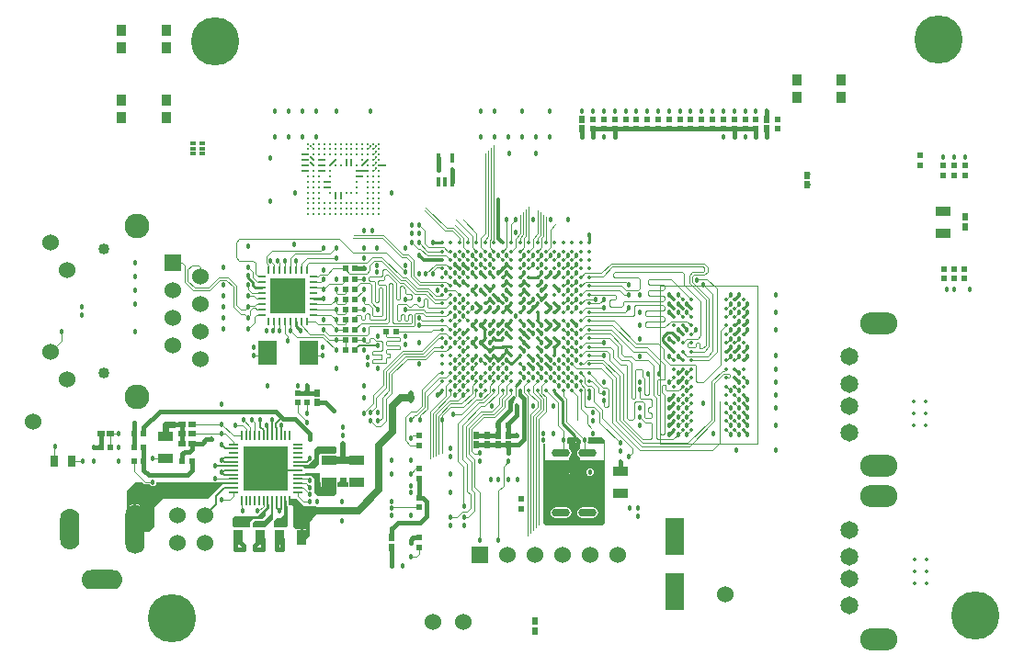
<source format=gtl>
G04*
G04 #@! TF.GenerationSoftware,Altium Limited,Altium Designer,19.1.9 (167)*
G04*
G04 Layer_Physical_Order=1*
G04 Layer_Color=255*
%FSLAX25Y25*%
%MOIN*%
G70*
G01*
G75*
%ADD11C,0.00100*%
%ADD12C,0.00787*%
%ADD14C,0.01000*%
%ADD16R,0.07087X0.13583*%
%ADD17C,0.01400*%
%ADD18O,0.00945X0.02717*%
%ADD19O,0.02717X0.00945*%
%ADD20R,0.12598X0.12598*%
%ADD21C,0.01000*%
%ADD22R,0.02000X0.02500*%
%ADD23R,0.07000X0.08500*%
%ADD24O,0.06693X0.02953*%
%ADD25R,0.03500X0.04000*%
%ADD26R,0.02165X0.02165*%
%ADD27R,0.02165X0.02165*%
%ADD28R,0.02000X0.01200*%
%ADD29R,0.01378X0.03347*%
%ADD30O,0.03347X0.00787*%
%ADD31O,0.00787X0.03347*%
%ADD32R,0.15945X0.15945*%
%ADD33R,0.03000X0.04000*%
%ADD34R,0.05709X0.03543*%
%ADD35R,0.02500X0.02000*%
%ADD36R,0.03543X0.05709*%
%ADD38C,0.01800*%
%ADD68C,0.00475*%
%ADD69C,0.01500*%
%ADD70C,0.02000*%
%ADD71C,0.00780*%
%ADD72C,0.00800*%
%ADD73C,0.00770*%
%ADD74C,0.00375*%
%ADD75C,0.02500*%
%ADD76C,0.00945*%
%ADD77C,0.00750*%
%ADD78C,0.00450*%
%ADD79C,0.01200*%
%ADD80C,0.00600*%
%ADD81C,0.02350*%
%ADD82C,0.06000*%
%ADD83C,0.17500*%
%ADD84C,0.04000*%
%ADD85C,0.09000*%
%ADD86R,0.06000X0.06000*%
%ADD87C,0.06500*%
%ADD88O,0.13500X0.08000*%
%ADD89O,0.07000X0.15000*%
%ADD90O,0.07000X0.18000*%
%ADD91O,0.15000X0.07000*%
%ADD92C,0.01378*%
%ADD93C,0.01968*%
%ADD94C,0.01200*%
G36*
X77706Y62789D02*
X77582Y62488D01*
X77706Y62187D01*
X77925Y62096D01*
X75373Y62096D01*
X70289Y57013D01*
X53628Y57013D01*
X50500Y53885D01*
X50500Y47000D01*
X48500Y45000D01*
X47130D01*
Y45500D01*
X43600D01*
Y46000D01*
X43100D01*
Y54964D01*
X42686Y54910D01*
X41835Y54557D01*
X41104Y53996D01*
X40543Y53265D01*
X40500Y53162D01*
Y59737D01*
X43647Y62884D01*
X46297D01*
X46840Y62340D01*
X47051Y62199D01*
X47300Y62150D01*
X48871D01*
X49063Y61863D01*
X49493Y61575D01*
X50000Y61475D01*
X50507Y61575D01*
X50937Y61863D01*
X51225Y62293D01*
X51326Y62800D01*
X51309Y62884D01*
X71924D01*
X71993Y62838D01*
X72500Y62738D01*
X73007Y62838D01*
X73076Y62884D01*
X77935D01*
X77706Y62789D01*
D02*
G37*
G36*
X98500Y54500D02*
X99100Y53900D01*
Y47100D01*
X98400Y46400D01*
X94200D01*
X93900Y46700D01*
Y48800D01*
X95000Y49900D01*
X96400D01*
X97700Y51200D01*
Y54934D01*
X97716Y54854D01*
X97803Y54724D01*
X97933Y54637D01*
X98087Y54606D01*
X98240Y54637D01*
X98370Y54724D01*
X98457Y54854D01*
X98488Y55008D01*
Y56287D01*
X98500D01*
X98500Y54500D01*
D02*
G37*
G36*
X91486Y54707D02*
X91787Y54582D01*
X92089Y54707D01*
X92180Y54926D01*
X92180Y53380D01*
X91100Y52300D01*
X91096Y50995D01*
X89800Y49700D01*
X86600Y49700D01*
X85464Y48564D01*
X85464Y46964D01*
X84958Y46458D01*
X79541D01*
X79000Y47000D01*
X79000Y50000D01*
X79500Y50500D01*
X88000D01*
X91393Y53893D01*
Y54932D01*
X91486Y54707D01*
D02*
G37*
G36*
X93700Y49500D02*
X90600Y46400D01*
X86700D01*
X86100Y47000D01*
Y47411D01*
X86152Y47149D01*
X86351Y46851D01*
X86500Y46752D01*
Y47500D01*
Y48248D01*
X86351Y48149D01*
X86152Y47851D01*
X86100Y47589D01*
Y48000D01*
X87100Y49000D01*
X90400D01*
X92971Y51600D01*
Y53600D01*
X93700D01*
Y49500D01*
D02*
G37*
G36*
X102298Y57000D02*
X105149Y54149D01*
X109286D01*
X110106Y53329D01*
X110106Y51751D01*
X108000Y49645D01*
X107000Y48645D01*
Y43500D01*
X105807Y42307D01*
Y42500D01*
X104035D01*
Y43000D01*
X103535D01*
Y45854D01*
X103146D01*
X103037Y45963D01*
X102000D01*
X101000Y46963D01*
Y54000D01*
X100500Y54500D01*
X99500D01*
Y54649D01*
X99661Y54582D01*
X99963Y54707D01*
X100088Y55008D01*
Y55787D01*
X99661D01*
Y56787D01*
X100088D01*
Y57000D01*
X102298Y57000D01*
D02*
G37*
G36*
X110600Y63300D02*
X111100Y62800D01*
X111146D01*
Y61193D01*
X113500D01*
Y62965D01*
X114500D01*
Y61193D01*
X116800D01*
Y58900D01*
X115900Y58000D01*
X109900D01*
X108600Y59300D01*
Y64300D01*
X107600Y65300D01*
X104205D01*
X104294Y65337D01*
X104418Y65638D01*
X104294Y65939D01*
X104147Y66000D01*
X105100D01*
X105300Y66200D01*
X110600D01*
Y63300D01*
D02*
G37*
G36*
X116700Y75400D02*
Y73800D01*
X116200Y73300D01*
X110800D01*
X110400Y72900D01*
Y69400D01*
X109000Y68000D01*
X105100D01*
X104700Y68400D01*
X104086D01*
X104294Y68486D01*
X104418Y68787D01*
X104294Y69089D01*
X104025Y69200D01*
X106300D01*
X107467Y70367D01*
X107507Y70375D01*
X107937Y70663D01*
X108225Y71093D01*
X108232Y71132D01*
X108600Y71500D01*
Y75000D01*
X109500Y75900D01*
X116200D01*
X116700Y75400D01*
D02*
G37*
G36*
X120200Y63300D02*
X120700Y62800D01*
X121146D01*
Y61200D01*
X116854D01*
Y62800D01*
X117400D01*
X117900Y63300D01*
Y64600D01*
X120200D01*
Y63300D01*
D02*
G37*
G36*
X214134Y78051D02*
Y48051D01*
X213134Y47051D01*
X192634D01*
X191634Y48051D01*
Y76732D01*
X191712Y76748D01*
X191807Y76761D01*
X191807Y76761D01*
X191919Y76781D01*
X191979Y76796D01*
X192006Y76803D01*
X192232D01*
Y70769D01*
X200936D01*
Y71931D01*
X201300Y72174D01*
X201715Y72795D01*
X201860Y73527D01*
X201715Y74259D01*
X201300Y74880D01*
X200936Y75123D01*
Y76973D01*
X200694D01*
X200659Y76975D01*
X200624Y76979D01*
X200590Y76987D01*
X200557Y76998D01*
X200525Y77011D01*
X200494Y77027D01*
X200465Y77046D01*
X200437Y77067D01*
X200411Y77091D01*
X200388Y77117D01*
X200367Y77145D01*
X200348Y77174D01*
X200332Y77205D01*
X200319Y77237D01*
X200308Y77271D01*
X200301Y77305D01*
X200296Y77339D01*
X200295Y77374D01*
X200296Y77409D01*
X200301Y77444D01*
X200309Y77478D01*
X200319Y77511D01*
X200328Y77532D01*
X200328Y77532D01*
X200369Y77638D01*
X200400Y77747D01*
X200422Y77859D01*
X200433Y77972D01*
X200435Y78085D01*
X200428Y78199D01*
X200410Y78311D01*
X200382Y78421D01*
X200352Y78510D01*
X200352Y78510D01*
X200341Y78543D01*
X200333Y78577D01*
X200328Y78612D01*
X200326Y78647D01*
X200327Y78681D01*
X200331Y78716D01*
X200338Y78750D01*
X200348Y78784D01*
X200361Y78816D01*
X200377Y78847D01*
X200396Y78877D01*
X200417Y78905D01*
X200440Y78931D01*
X200465Y78955D01*
X200493Y78976D01*
X200522Y78995D01*
X200553Y79012D01*
X200585Y79026D01*
X200618Y79036D01*
X200652Y79044D01*
X200687Y79049D01*
X200721Y79051D01*
X200726Y79051D01*
X204305D01*
X205309Y78048D01*
X205347Y77856D01*
X205349Y77839D01*
X205373Y77728D01*
X205373Y77728D01*
X205409Y77544D01*
X205462Y77465D01*
X205469Y77432D01*
X205472Y77397D01*
X205473Y77362D01*
X205470Y77327D01*
X205465Y77293D01*
X205456Y77259D01*
X205445Y77226D01*
X205431Y77194D01*
X205414Y77164D01*
X205394Y77135D01*
X205372Y77108D01*
X205348Y77083D01*
X205322Y77060D01*
X205293Y77039D01*
X205263Y77021D01*
X205232Y77006D01*
X205199Y76994D01*
X205166Y76984D01*
X205132Y76977D01*
X205097Y76974D01*
X205074Y76973D01*
X204832D01*
Y75101D01*
X204500Y74880D01*
X204085Y74259D01*
X203940Y73527D01*
X204085Y72795D01*
X204500Y72174D01*
X204832Y71952D01*
Y70769D01*
X213536D01*
Y76973D01*
X208194D01*
X208159Y76975D01*
X208124Y76979D01*
X208090Y76987D01*
X208057Y76998D01*
X208025Y77011D01*
X207994Y77027D01*
X207965Y77046D01*
X207937Y77067D01*
X207911Y77091D01*
X207888Y77117D01*
X207867Y77145D01*
X207848Y77174D01*
X207832Y77205D01*
X207819Y77237D01*
X207808Y77271D01*
X207801Y77305D01*
X207796Y77339D01*
X207795Y77374D01*
X207797Y77409D01*
X207801Y77444D01*
X207806Y77466D01*
X207858Y77544D01*
X207896Y77735D01*
X207900Y77747D01*
X207922Y77859D01*
X207922Y77865D01*
X207959Y78051D01*
X207918Y78260D01*
X207910Y78311D01*
X207899Y78352D01*
X207858Y78558D01*
X207829Y78602D01*
X207828Y78612D01*
X207826Y78647D01*
X207827Y78681D01*
X207831Y78716D01*
X207838Y78750D01*
X207849Y78784D01*
X207861Y78816D01*
X207877Y78847D01*
X207896Y78877D01*
X207917Y78905D01*
X207940Y78931D01*
X207965Y78955D01*
X207993Y78976D01*
X208022Y78995D01*
X208053Y79012D01*
X208085Y79026D01*
X208118Y79036D01*
X208152Y79044D01*
X208187Y79049D01*
X208221Y79051D01*
X208226Y79051D01*
X213134D01*
X214134Y78051D01*
D02*
G37*
%LPC*%
G36*
X44100Y54964D02*
Y46500D01*
X47130D01*
Y51500D01*
X47010Y52414D01*
X46657Y53265D01*
X46096Y53996D01*
X45365Y54557D01*
X44514Y54910D01*
X44100Y54964D01*
D02*
G37*
G36*
X98500Y48251D02*
Y48000D01*
X98751D01*
X98642Y48142D01*
X98500Y48251D01*
D02*
G37*
G36*
X97500D02*
X97358Y48142D01*
X97249Y48000D01*
X97500D01*
Y48251D01*
D02*
G37*
G36*
X95600D02*
Y48000D01*
X95851D01*
X95742Y48142D01*
X95600Y48251D01*
D02*
G37*
G36*
X94600D02*
X94458Y48142D01*
X94349Y48000D01*
X94600D01*
Y48251D01*
D02*
G37*
G36*
X98751Y47000D02*
X98500D01*
Y46749D01*
X98642Y46858D01*
X98751Y47000D01*
D02*
G37*
G36*
X97500D02*
X97249D01*
X97358Y46858D01*
X97500Y46749D01*
Y47000D01*
D02*
G37*
G36*
X95851D02*
X95600D01*
Y46749D01*
X95742Y46858D01*
X95851Y47000D01*
D02*
G37*
G36*
X94600D02*
X94349D01*
X94458Y46858D01*
X94600Y46749D01*
Y47000D01*
D02*
G37*
G36*
X83500Y48248D02*
Y48000D01*
X83748D01*
X83649Y48149D01*
X83500Y48248D01*
D02*
G37*
G36*
X82500D02*
X82351Y48149D01*
X82252Y48000D01*
X82500D01*
Y48248D01*
D02*
G37*
G36*
X80600D02*
Y48000D01*
X80848D01*
X80749Y48149D01*
X80600Y48248D01*
D02*
G37*
G36*
X79600D02*
X79451Y48149D01*
X79352Y48000D01*
X79600D01*
Y48248D01*
D02*
G37*
G36*
X83748Y47000D02*
X83500D01*
Y46752D01*
X83649Y46851D01*
X83748Y47000D01*
D02*
G37*
G36*
X82500D02*
X82252D01*
X82351Y46851D01*
X82500Y46752D01*
Y47000D01*
D02*
G37*
G36*
X80848D02*
X80600D01*
Y46752D01*
X80749Y46851D01*
X80848Y47000D01*
D02*
G37*
G36*
X79600D02*
X79352D01*
X79451Y46851D01*
X79600Y46752D01*
Y47000D01*
D02*
G37*
G36*
X90400Y48248D02*
Y48000D01*
X90648D01*
X90549Y48149D01*
X90400Y48248D01*
D02*
G37*
G36*
X89400D02*
X89251Y48149D01*
X89152Y48000D01*
X89400D01*
Y48248D01*
D02*
G37*
G36*
X87500D02*
Y48000D01*
X87748D01*
X87649Y48149D01*
X87500Y48248D01*
D02*
G37*
G36*
X90648Y47000D02*
X90400D01*
Y46752D01*
X90549Y46851D01*
X90648Y47000D01*
D02*
G37*
G36*
X89400D02*
X89152D01*
X89251Y46851D01*
X89400Y46752D01*
Y47000D01*
D02*
G37*
G36*
X87748D02*
X87500D01*
Y46752D01*
X87649Y46851D01*
X87748Y47000D01*
D02*
G37*
G36*
X105400Y48248D02*
Y48000D01*
X105648D01*
X105549Y48149D01*
X105400Y48248D01*
D02*
G37*
G36*
X104400D02*
X104251Y48149D01*
X104152Y48000D01*
X104400D01*
Y48248D01*
D02*
G37*
G36*
X102500D02*
Y48000D01*
X102748D01*
X102649Y48149D01*
X102500Y48248D01*
D02*
G37*
G36*
X101500D02*
X101351Y48149D01*
X101252Y48000D01*
X101500D01*
Y48248D01*
D02*
G37*
G36*
X105648Y47000D02*
X105400D01*
Y46752D01*
X105549Y46851D01*
X105648Y47000D01*
D02*
G37*
G36*
X104400D02*
X104152D01*
X104251Y46851D01*
X104400Y46752D01*
Y47000D01*
D02*
G37*
G36*
X102748D02*
X102500D01*
Y46752D01*
X102649Y46851D01*
X102748Y47000D01*
D02*
G37*
G36*
X101500D02*
X101252D01*
X101351Y46851D01*
X101500Y46752D01*
Y47000D01*
D02*
G37*
G36*
X105807Y45854D02*
X104535D01*
Y43500D01*
X105807D01*
Y45854D01*
D02*
G37*
G36*
X116000Y60248D02*
Y60000D01*
X116248D01*
X116149Y60149D01*
X116000Y60248D01*
D02*
G37*
G36*
X115000D02*
X114851Y60149D01*
X114752Y60000D01*
X115000D01*
Y60248D01*
D02*
G37*
G36*
X113000D02*
Y60000D01*
X113248D01*
X113149Y60149D01*
X113000Y60248D01*
D02*
G37*
G36*
X112000D02*
X111851Y60149D01*
X111752Y60000D01*
X112000D01*
Y60248D01*
D02*
G37*
G36*
X116248Y59000D02*
X116000D01*
Y58752D01*
X116149Y58851D01*
X116248Y59000D01*
D02*
G37*
G36*
X115000D02*
X114752D01*
X114851Y58851D01*
X115000Y58752D01*
Y59000D01*
D02*
G37*
G36*
X113248D02*
X113000D01*
Y58752D01*
X113149Y58851D01*
X113248Y59000D01*
D02*
G37*
G36*
X112000D02*
X111752D01*
X111851Y58851D01*
X112000Y58752D01*
Y59000D01*
D02*
G37*
G36*
X116000Y75248D02*
Y75000D01*
X116248D01*
X116149Y75149D01*
X116000Y75248D01*
D02*
G37*
G36*
X115000D02*
X114851Y75149D01*
X114752Y75000D01*
X115000D01*
Y75248D01*
D02*
G37*
G36*
X113000D02*
Y75000D01*
X113248D01*
X113149Y75149D01*
X113000Y75248D01*
D02*
G37*
G36*
X112000D02*
X111851Y75149D01*
X111752Y75000D01*
X112000D01*
Y75248D01*
D02*
G37*
G36*
X116248Y74000D02*
X116000D01*
Y73752D01*
X116149Y73851D01*
X116248Y74000D01*
D02*
G37*
G36*
X115000D02*
X114752D01*
X114851Y73851D01*
X115000Y73752D01*
Y74000D01*
D02*
G37*
G36*
X113248D02*
X113000D01*
Y73752D01*
X113149Y73851D01*
X113248Y74000D01*
D02*
G37*
G36*
X112000D02*
X111752D01*
X111851Y73851D01*
X112000Y73752D01*
Y74000D01*
D02*
G37*
G36*
X203384Y78799D02*
Y78551D01*
X203632D01*
X203533Y78700D01*
X203384Y78799D01*
D02*
G37*
G36*
X202384D02*
X202235Y78700D01*
X202136Y78551D01*
X202384D01*
Y78799D01*
D02*
G37*
G36*
X203632Y77551D02*
X203384D01*
Y77303D01*
X203533Y77402D01*
X203632Y77551D01*
D02*
G37*
G36*
X202384D02*
X202136D01*
X202235Y77402D01*
X202384Y77303D01*
Y77551D01*
D02*
G37*
G36*
X205884Y67309D02*
Y67061D01*
X206132D01*
X206033Y67210D01*
X205884Y67309D01*
D02*
G37*
G36*
X204884D02*
X204735Y67210D01*
X204636Y67061D01*
X204884D01*
Y67309D01*
D02*
G37*
G36*
X200916D02*
Y67061D01*
X201164D01*
X201065Y67210D01*
X200916Y67309D01*
D02*
G37*
G36*
X199916D02*
X199767Y67210D01*
X199668Y67061D01*
X199916D01*
Y67309D01*
D02*
G37*
G36*
X206132Y66061D02*
X205884D01*
Y65813D01*
X206033Y65912D01*
X206132Y66061D01*
D02*
G37*
G36*
X204884D02*
X204636D01*
X204735Y65912D01*
X204884Y65813D01*
Y66061D01*
D02*
G37*
G36*
X201164D02*
X200916D01*
Y65813D01*
X201065Y65912D01*
X201164Y66061D01*
D02*
G37*
G36*
X199916D02*
X199668D01*
X199767Y65912D01*
X199916Y65813D01*
Y66061D01*
D02*
G37*
G36*
X208648Y67887D02*
X208141Y67786D01*
X207711Y67498D01*
X207423Y67068D01*
X207323Y66561D01*
X207423Y66054D01*
X207711Y65624D01*
X208141Y65336D01*
X208648Y65236D01*
X209155Y65336D01*
X209585Y65624D01*
X209873Y66054D01*
X209974Y66561D01*
X209873Y67068D01*
X209585Y67498D01*
X209155Y67786D01*
X208648Y67887D01*
D02*
G37*
G36*
X209593Y53786D02*
X205853D01*
X205121Y53641D01*
X204500Y53226D01*
X204085Y52605D01*
X203940Y51873D01*
X204085Y51141D01*
X204500Y50520D01*
X205121Y50106D01*
X205853Y49960D01*
X209593D01*
X210325Y50106D01*
X210946Y50520D01*
X211360Y51141D01*
X211506Y51873D01*
X211360Y52605D01*
X210946Y53226D01*
X210325Y53641D01*
X209593Y53786D01*
D02*
G37*
G36*
X199947D02*
X196207D01*
X195475Y53641D01*
X194854Y53226D01*
X194440Y52605D01*
X194294Y51873D01*
X194440Y51141D01*
X194854Y50520D01*
X195475Y50106D01*
X196207Y49960D01*
X199947D01*
X200679Y50106D01*
X201300Y50520D01*
X201715Y51141D01*
X201860Y51873D01*
X201715Y52605D01*
X201300Y53226D01*
X200679Y53641D01*
X199947Y53786D01*
D02*
G37*
%LPD*%
D11*
X234034Y76926D02*
Y134176D01*
X269234D01*
Y76926D02*
Y134176D01*
X234034Y76926D02*
X269234D01*
D12*
X93362Y52262D02*
Y56287D01*
X102713Y68787D02*
X106887D01*
X96400Y86000D02*
X97200D01*
X94700Y84300D02*
X96400Y86000D01*
X94700Y82900D02*
Y84300D01*
Y82900D02*
X94937Y82663D01*
Y79713D02*
Y82663D01*
X73000Y58000D02*
X75913Y60913D01*
X79287D01*
X73000Y55000D02*
Y58000D01*
X69000Y51000D02*
X73000Y55000D01*
D14*
X261084Y116576D02*
X262659Y118151D01*
X261084Y119726D02*
X262659Y121301D01*
X264234Y126026D02*
X265809Y127601D01*
X240609Y118151D02*
X242184Y116576D01*
X237459Y127601D02*
X239034Y126026D01*
X243759Y127601D02*
X245334Y126026D01*
X261084Y103976D02*
X262659Y102401D01*
X261084Y110276D02*
X262659Y111851D01*
X264234Y110276D02*
X265809Y111851D01*
X240609Y102401D02*
X242184Y103976D01*
X239034Y116576D02*
X240609Y115001D01*
X264234Y81926D02*
X265809Y80351D01*
X264234Y88226D02*
X265809Y86651D01*
X264234Y94526D02*
X265809Y92951D01*
X237459Y80351D02*
X239034Y81926D01*
X237459Y86651D02*
X239034Y88226D01*
X237459Y92951D02*
X239034Y94526D01*
X261084Y129176D02*
X262659Y130751D01*
X264234Y122876D02*
X265809Y124451D01*
X264234Y116576D02*
X265809Y118151D01*
X264234Y119726D02*
X265809Y121301D01*
X237459Y124451D02*
X239034Y122876D01*
X237459Y130751D02*
X239034Y129176D01*
X242184Y119726D02*
X243759Y118151D01*
X240609Y127601D02*
X242184Y126026D01*
X264234Y107126D02*
X265809Y108701D01*
X261084Y100826D02*
X262659Y99251D01*
X257934Y110276D02*
X259509Y111851D01*
X237459Y115001D02*
X239034Y113426D01*
X240609Y99251D02*
X242184Y100826D01*
X240609Y108701D02*
X242184Y107126D01*
X264234Y85076D02*
X265809Y83501D01*
X264234Y91376D02*
X265809Y89801D01*
X237459Y83501D02*
X239034Y85076D01*
X237459Y89801D02*
X239034Y91376D01*
X202884Y78051D02*
X202884Y78051D01*
X202884Y78051D02*
Y79801D01*
X184784Y132500D02*
X184784Y132501D01*
X184783Y132500D02*
X184784Y132500D01*
X184783Y135650D02*
X184784Y135650D01*
X183209Y134075D02*
X184783Y135650D01*
X184784Y135650D02*
X186358Y134075D01*
X184783Y135650D02*
X184784Y135650D01*
X178484Y138799D02*
X178485Y138800D01*
X176910Y137225D02*
X178484Y138799D01*
X180059Y137224D01*
X178484Y138799D02*
X178484Y138799D01*
X173760Y134075D02*
X173761Y134076D01*
X172186Y132501D02*
X173760Y134075D01*
X287323Y171549D02*
X287823Y171049D01*
X191083Y135650D02*
X191084Y135650D01*
X189509Y134075D02*
X191083Y135650D01*
X192658Y130925D02*
X192658Y130926D01*
X191083Y129351D02*
X192658Y130925D01*
X189508Y130925D02*
X191083Y129350D01*
X189508Y130925D02*
X189508Y130925D01*
X184784Y132500D02*
X186358Y130925D01*
X184783Y132500D02*
X184784Y132500D01*
X183209Y130926D02*
X184783Y132500D01*
X189508Y130925D02*
X189510D01*
X189508D02*
X189508D01*
X178484Y135650D02*
X180059Y134075D01*
X178484Y135650D02*
X178484Y135650D01*
X178485Y135650D01*
X176910Y134075D02*
X178484Y135650D01*
X180059Y127776D02*
X180060Y127776D01*
X180059Y127775D02*
X180059Y127776D01*
X178485Y126201D02*
X180059Y127775D01*
X175335Y129350D02*
X176910Y127775D01*
X175335Y129350D02*
X175335Y129350D01*
X175335Y129350D02*
X175335Y129350D01*
X173760Y130925D02*
X175335Y129350D01*
X180059Y127775D02*
X180059D01*
X180058D02*
X180059D01*
X194232Y119902D02*
X194232Y119901D01*
X192657Y121476D02*
X194232Y119902D01*
X189508Y121476D02*
Y124626D01*
Y121476D02*
Y121476D01*
X194232Y119902D02*
X194233Y119902D01*
X192658Y118327D02*
X194232Y119902D01*
X184783Y126201D02*
X184784Y126202D01*
X183209Y124627D02*
X184783Y126201D01*
X178484Y126201D02*
X180059Y124626D01*
X178484Y126201D02*
X178484Y126201D01*
X178484Y126201D02*
X178485Y126202D01*
X176910Y124627D02*
X178484Y126201D01*
X184783Y116752D02*
X184784Y116752D01*
X183209Y118327D02*
X184783Y116752D01*
X180059Y121476D02*
X180060Y121477D01*
X178485Y119902D02*
X180059Y121476D01*
X176909D02*
X176910Y121477D01*
X175335Y119902D02*
X176909Y121476D01*
X180059Y118327D02*
X180059D01*
X180058D02*
X180059D01*
X180059Y118327D01*
X178484Y119902D02*
X180059Y118327D01*
X184784Y116752D02*
X186357Y115178D01*
X184783Y116752D02*
X184784Y116752D01*
X184784Y113602D02*
Y113602D01*
Y113601D02*
Y113602D01*
X184783Y113602D02*
X184784Y113602D01*
X183209Y115177D02*
X184783Y113602D01*
X176284Y114551D02*
X176909Y115177D01*
X176283Y114551D02*
X176284Y114551D01*
X173760Y115177D02*
X174386Y114551D01*
X173760Y115177D02*
X173760Y115177D01*
X184784Y113602D02*
X186357Y112028D01*
X184784Y113602D02*
X184784Y113602D01*
X184783Y113602D02*
X184784Y113602D01*
X167461Y134075D02*
X167462Y134076D01*
X165887Y132501D02*
X167461Y134075D01*
X172185Y129350D02*
X173760Y127775D01*
X172185Y129350D02*
X172185Y129350D01*
X172185Y129350D02*
X172186Y129351D01*
X170611Y127776D02*
X172185Y129350D01*
X173760Y118327D02*
X173761Y118328D01*
X172186Y116753D02*
X173760Y118327D01*
X173760Y115177D02*
X173761Y115178D01*
X172186Y113603D02*
X173760Y115177D01*
X154862Y96280D02*
X154863Y96280D01*
X153288Y94705D02*
X154862Y96280D01*
X153284Y94701D02*
X154862Y96279D01*
X170185Y115602D02*
Y117902D01*
X170185Y115604D02*
X170611Y115178D01*
X170185Y117902D02*
X170611Y118328D01*
X176909Y130925D02*
X178484Y129350D01*
X195807Y108879D02*
Y112028D01*
X178484Y141949D02*
X180059Y140374D01*
X165886Y138799D02*
X167461Y137224D01*
X169035Y138799D02*
X170610Y137224D01*
X172185Y138799D02*
X173760Y137224D01*
X178484Y132500D02*
X180059Y130925D01*
X169035Y132500D02*
X170610Y130925D01*
X165886Y132500D02*
X167461Y130925D01*
X162736Y135650D02*
X164311Y134075D01*
X159587Y135650D02*
X161162Y134075D01*
X178484Y116752D02*
X180059Y115177D01*
X165886Y119902D02*
X167461Y118327D01*
X169035Y119902D02*
X170610Y118327D01*
X165886Y113602D02*
X167461Y112027D01*
X169035Y113602D02*
X170610Y112027D01*
X178484Y110453D02*
X180059Y108878D01*
X178484Y107303D02*
X180059Y105728D01*
X170610Y134075D02*
X172185Y132500D01*
X167461Y127776D02*
X169036Y126201D01*
X170610Y112028D02*
X172185Y110453D01*
X170610Y108878D02*
X172185Y107303D01*
X173760Y108878D02*
X175335Y107303D01*
X186358Y105728D02*
X187933Y104153D01*
X189508Y105728D02*
X191083Y104153D01*
X192657Y105728D02*
X194232Y104153D01*
X186358Y108878D02*
X187933Y107303D01*
X189508Y108878D02*
X191083Y107303D01*
X192657Y108878D02*
X194232Y107303D01*
X192657Y115177D02*
X194232Y113602D01*
X195807Y115177D02*
X197382Y113602D01*
X189508Y115177D02*
X191083Y113602D01*
X189508Y112028D02*
X191083Y110453D01*
X189508Y118327D02*
X191083Y116752D01*
X186358Y118327D02*
X187933Y116752D01*
X183209Y121476D02*
X184784Y119901D01*
X186358Y121476D02*
X187933Y119901D01*
X189508Y121476D02*
X191083Y119901D01*
X183209Y112028D02*
X184784Y110453D01*
X195807Y121476D02*
X197382Y119901D01*
X202106Y121476D02*
X203681Y119901D01*
X195807Y127776D02*
X197382Y126201D01*
X192657Y127776D02*
X194232Y126201D01*
X195807Y134075D02*
X197382Y132500D01*
X172186Y110453D02*
X173761Y112028D01*
X172186Y107304D02*
X173761Y108879D01*
X175335Y107304D02*
X176910Y108879D01*
X169036Y113603D02*
X170611Y115178D01*
X165887Y119902D02*
X167462Y121477D01*
X169036Y119902D02*
X170611Y121477D01*
X172186Y119902D02*
X173761Y121477D01*
X175335Y116753D02*
X176910Y118328D01*
X162737Y116753D02*
X164312Y118328D01*
X165887Y107304D02*
X167462Y108879D01*
X189509Y137225D02*
X191084Y138800D01*
X192658Y137225D02*
X194233Y138800D01*
X195808Y137225D02*
X197383Y138800D01*
X183209Y137225D02*
X184784Y138800D01*
X183209Y127776D02*
X184784Y129351D01*
X186359Y124627D02*
X187934Y126202D01*
X186359Y127776D02*
X187934Y129351D01*
X187934Y126201D02*
X189509Y127776D01*
X192658Y124627D02*
X194233Y126202D01*
X195808Y124627D02*
X197383Y126202D01*
X191083Y132501D02*
X192658Y134076D01*
X195808Y112028D02*
X197383Y113603D01*
X192658Y112028D02*
X194233Y113603D01*
X195808Y118327D02*
X197383Y119902D01*
X159587Y141949D02*
X161165Y140372D01*
X162736Y141949D02*
X164314Y140372D01*
X175335Y138800D02*
X176910Y140375D01*
X176910Y140375D02*
X178485Y141950D01*
X186358Y137224D02*
X189508D01*
X173761Y124627D02*
X175336Y126202D01*
X170611Y124627D02*
X172186Y126202D01*
X167461Y124627D02*
X169036Y126202D01*
X176910Y108879D02*
X178485Y110454D01*
X165887Y113603D02*
X167462Y115178D01*
X173760Y112028D02*
X176910D01*
X180059Y105728D02*
X183209Y108878D01*
X174386Y114551D02*
X176284D01*
X176909Y112028D02*
X177169Y112288D01*
X179799D02*
X180059Y112028D01*
X177169Y112287D02*
X179799D01*
X236634Y117051D02*
X238559D01*
X235134Y115551D02*
X236634Y117051D01*
X235134Y114176D02*
Y115551D01*
Y114176D02*
X239034Y110276D01*
X208406Y149823D02*
Y152551D01*
X151634Y149823D02*
X154862D01*
X186358Y115177D02*
Y115178D01*
X170610Y127775D02*
Y127777D01*
X176910Y124626D02*
Y124627D01*
X208406Y93551D02*
Y96279D01*
X181634Y97854D02*
X183209Y99429D01*
X198634Y84051D02*
X202884Y79801D01*
X198634Y84051D02*
Y92551D01*
X195807Y95378D02*
X198634Y92551D01*
X195807Y95378D02*
Y96279D01*
X189507Y127775D02*
X189508D01*
X175334Y126200D02*
Y126201D01*
X180058Y115177D02*
X180059D01*
X173758Y134075D02*
X173760D01*
X180059Y140374D02*
Y140423D01*
X176910Y140374D02*
Y140377D01*
X175334Y138801D02*
X175337D01*
X180058Y112027D02*
X180059D01*
X179798Y112287D02*
X180058Y112027D01*
X176910D02*
X177170Y112287D01*
X170610Y112025D02*
Y112027D01*
X192658Y137224D02*
Y137225D01*
X170610Y137224D02*
Y137225D01*
X197381Y132501D02*
X197384D01*
X176910Y108877D02*
Y108878D01*
X176911D01*
X172184Y107301D02*
Y107304D01*
X173760Y108875D02*
Y108878D01*
X195807Y112027D02*
X195810D01*
X166412Y113074D02*
X166672Y112814D01*
X209708Y194685D02*
X209958Y194935D01*
X328530Y181702D02*
X328800Y181972D01*
X287323Y174299D02*
X287823Y174799D01*
Y170835D02*
Y171049D01*
D16*
X239200Y23061D02*
D03*
Y43139D02*
D03*
D17*
X264234Y100826D02*
D03*
X257934D02*
D03*
X242184Y97676D02*
D03*
X245334Y103976D02*
D03*
Y100826D02*
D03*
Y97676D02*
D03*
Y110276D02*
D03*
X257934Y126026D02*
D03*
X261084Y91376D02*
D03*
X245334Y119726D02*
D03*
Y91376D02*
D03*
X257934Y116576D02*
D03*
Y88226D02*
D03*
X245334D02*
D03*
X242184Y91376D02*
D03*
X261084Y88226D02*
D03*
X242184D02*
D03*
X261084Y85076D02*
D03*
X242184D02*
D03*
X261084Y81926D02*
D03*
X245334Y85076D02*
D03*
X257934Y97676D02*
D03*
Y85076D02*
D03*
Y91376D02*
D03*
X245334Y81926D02*
D03*
X261084Y116576D02*
D03*
Y119726D02*
D03*
X264234Y126026D02*
D03*
Y129176D02*
D03*
X242184Y116576D02*
D03*
X239034Y119726D02*
D03*
Y126026D02*
D03*
X245334D02*
D03*
X261084Y103976D02*
D03*
Y110276D02*
D03*
X264234D02*
D03*
Y113426D02*
D03*
X242184Y103976D02*
D03*
X239034Y110276D02*
D03*
Y116576D02*
D03*
X264234Y81926D02*
D03*
Y88226D02*
D03*
Y94526D02*
D03*
X239034Y81926D02*
D03*
Y88226D02*
D03*
Y94526D02*
D03*
Y100826D02*
D03*
X257934Y103976D02*
D03*
X242184Y94526D02*
D03*
X245334D02*
D03*
Y113426D02*
D03*
X257934Y122876D02*
D03*
X245334Y107126D02*
D03*
X257934D02*
D03*
X242184Y110276D02*
D03*
X261084Y107126D02*
D03*
X257934Y113426D02*
D03*
X242184D02*
D03*
X261084D02*
D03*
X245334Y116576D02*
D03*
X261084Y126026D02*
D03*
X242184Y122876D02*
D03*
X261084D02*
D03*
X245334D02*
D03*
Y129176D02*
D03*
X257934D02*
D03*
Y119726D02*
D03*
X242184Y129176D02*
D03*
Y81926D02*
D03*
X264234Y97676D02*
D03*
X239034D02*
D03*
X264234Y103976D02*
D03*
X239034D02*
D03*
X257934Y81926D02*
D03*
X261084Y97676D02*
D03*
Y129176D02*
D03*
X264234Y122876D02*
D03*
Y116576D02*
D03*
Y119726D02*
D03*
X239034Y122876D02*
D03*
Y129176D02*
D03*
X242184Y119726D02*
D03*
Y126026D02*
D03*
X264234Y107126D02*
D03*
X261084Y100826D02*
D03*
X257934Y110276D02*
D03*
X239034Y113426D02*
D03*
X242184Y100826D02*
D03*
Y107126D02*
D03*
X264234Y85076D02*
D03*
Y91376D02*
D03*
X239034Y85076D02*
D03*
Y91376D02*
D03*
Y107126D02*
D03*
X261084Y94526D02*
D03*
X257934D02*
D03*
X208405Y96280D02*
D03*
X205256D02*
D03*
X202106D02*
D03*
X198957D02*
D03*
X195807D02*
D03*
X192657D02*
D03*
X189508D02*
D03*
X186358Y96280D02*
D03*
X183209Y96280D02*
D03*
X180059D02*
D03*
X176909D02*
D03*
X173760D02*
D03*
X170610D02*
D03*
X167461Y96280D02*
D03*
X164311D02*
D03*
X161161Y96280D02*
D03*
X158012D02*
D03*
X154862D02*
D03*
X208405Y99429D02*
D03*
X205256D02*
D03*
X202106D02*
D03*
X198957D02*
D03*
X195807D02*
D03*
X192657D02*
D03*
X189508D02*
D03*
X186358D02*
D03*
X183209D02*
D03*
X180059D02*
D03*
X176909D02*
D03*
X173760D02*
D03*
X170610D02*
D03*
X167461D02*
D03*
X164311D02*
D03*
X161161D02*
D03*
X158012D02*
D03*
X154862D02*
D03*
X208405Y102579D02*
D03*
X205256D02*
D03*
X202106D02*
D03*
X198957D02*
D03*
X195807D02*
D03*
X192657D02*
D03*
X189508D02*
D03*
X186358D02*
D03*
X183209D02*
D03*
X180059D02*
D03*
X176909D02*
D03*
X173760D02*
D03*
X170610D02*
D03*
X167461D02*
D03*
X164311D02*
D03*
X161161D02*
D03*
X158012D02*
D03*
X154862D02*
D03*
X208405Y105728D02*
D03*
X205256D02*
D03*
X202106D02*
D03*
X198957D02*
D03*
X195807D02*
D03*
X192657D02*
D03*
X189508D02*
D03*
X186358D02*
D03*
X183209D02*
D03*
X180059D02*
D03*
X176909Y105728D02*
D03*
X173760D02*
D03*
X170610Y105728D02*
D03*
X167461D02*
D03*
X164311D02*
D03*
X161161D02*
D03*
X158012Y105728D02*
D03*
X154862D02*
D03*
X208405Y108878D02*
D03*
X205256D02*
D03*
X202106D02*
D03*
X198957D02*
D03*
X195807D02*
D03*
X192657D02*
D03*
X189508D02*
D03*
X186358D02*
D03*
X183209D02*
D03*
X180059D02*
D03*
X176909Y108878D02*
D03*
X173760Y108878D02*
D03*
X170610D02*
D03*
X167461D02*
D03*
X164311D02*
D03*
X161161D02*
D03*
X158012D02*
D03*
X154862Y108878D02*
D03*
X208405Y112028D02*
D03*
X205256D02*
D03*
X202106D02*
D03*
X198957D02*
D03*
X195807D02*
D03*
X192657D02*
D03*
X189508D02*
D03*
X186358D02*
D03*
X183209D02*
D03*
X180059D02*
D03*
X176909D02*
D03*
X173760D02*
D03*
X170610D02*
D03*
X167461D02*
D03*
X164311D02*
D03*
X161161D02*
D03*
X158012D02*
D03*
X154862D02*
D03*
X208405Y115177D02*
D03*
X205256D02*
D03*
X202106D02*
D03*
X198957D02*
D03*
X195807D02*
D03*
X192657D02*
D03*
X189508D02*
D03*
X186358Y115177D02*
D03*
X183209D02*
D03*
X180059Y115177D02*
D03*
X176909D02*
D03*
X173760D02*
D03*
X170610D02*
D03*
X167461Y115177D02*
D03*
X164311D02*
D03*
X161161Y115177D02*
D03*
X158012D02*
D03*
X154862D02*
D03*
X208405Y118327D02*
D03*
X205256D02*
D03*
X202106D02*
D03*
X198957D02*
D03*
X195807D02*
D03*
X192657D02*
D03*
X189508D02*
D03*
X186358D02*
D03*
X183209D02*
D03*
X180059D02*
D03*
X176909D02*
D03*
X173760D02*
D03*
X170610D02*
D03*
X167461D02*
D03*
X164311D02*
D03*
X161161D02*
D03*
X158012D02*
D03*
X154862D02*
D03*
X208405Y121476D02*
D03*
X205256D02*
D03*
X202106D02*
D03*
X198957D02*
D03*
X195807D02*
D03*
X192657D02*
D03*
X189508D02*
D03*
X186358D02*
D03*
X183209D02*
D03*
X180059D02*
D03*
X176909D02*
D03*
X173760D02*
D03*
X170610D02*
D03*
X167461D02*
D03*
X164311D02*
D03*
X161161D02*
D03*
X158012D02*
D03*
X154862D02*
D03*
X208405Y124626D02*
D03*
X205256D02*
D03*
X202106D02*
D03*
X198957D02*
D03*
X195807D02*
D03*
X192657D02*
D03*
X189508D02*
D03*
X186358D02*
D03*
X183209D02*
D03*
X180059D02*
D03*
X176909D02*
D03*
X173760D02*
D03*
X170610D02*
D03*
X167461D02*
D03*
X164311D02*
D03*
X161161D02*
D03*
X158012D02*
D03*
X154862D02*
D03*
X208405Y127776D02*
D03*
X205256D02*
D03*
X202106D02*
D03*
X198957D02*
D03*
X195807D02*
D03*
X192657D02*
D03*
X189508D02*
D03*
X186358D02*
D03*
X183209D02*
D03*
X180059D02*
D03*
X176909D02*
D03*
X173760D02*
D03*
X170610D02*
D03*
X167461D02*
D03*
X164311D02*
D03*
X161161D02*
D03*
X158012D02*
D03*
X154862D02*
D03*
X208405Y130925D02*
D03*
X205256D02*
D03*
X202106D02*
D03*
X198957D02*
D03*
X195807D02*
D03*
X192657D02*
D03*
X189508D02*
D03*
X186358D02*
D03*
X183209D02*
D03*
X180059D02*
D03*
X176909D02*
D03*
X173760D02*
D03*
X170610D02*
D03*
X167461D02*
D03*
X164311D02*
D03*
X161161D02*
D03*
X158012D02*
D03*
X154862D02*
D03*
X208405Y134075D02*
D03*
X205256D02*
D03*
X202106D02*
D03*
X198957D02*
D03*
X195807D02*
D03*
X192657D02*
D03*
X189508D02*
D03*
X186358D02*
D03*
X183209D02*
D03*
X180059D02*
D03*
X176909D02*
D03*
X173760D02*
D03*
X170610D02*
D03*
X167461D02*
D03*
X164311D02*
D03*
X161161D02*
D03*
X158012D02*
D03*
X154862D02*
D03*
X208405Y137224D02*
D03*
X205256D02*
D03*
X202106D02*
D03*
X198957D02*
D03*
X195807D02*
D03*
X192657D02*
D03*
X189508D02*
D03*
X186358D02*
D03*
X183209D02*
D03*
X180059D02*
D03*
X176909D02*
D03*
X173760D02*
D03*
X170610D02*
D03*
X167461D02*
D03*
X164311D02*
D03*
X161161D02*
D03*
X158012D02*
D03*
X154862D02*
D03*
X208405Y140374D02*
D03*
X205256D02*
D03*
X202106D02*
D03*
X198957D02*
D03*
X195807D02*
D03*
X192657D02*
D03*
X189508D02*
D03*
X186358D02*
D03*
X183209D02*
D03*
X180059D02*
D03*
X176909D02*
D03*
X173760D02*
D03*
X170610D02*
D03*
X167461D02*
D03*
X164311D02*
D03*
X161161D02*
D03*
X158012D02*
D03*
X154862D02*
D03*
X208405Y143524D02*
D03*
X205256D02*
D03*
X202106D02*
D03*
X198957D02*
D03*
X195807D02*
D03*
X192657D02*
D03*
X189508D02*
D03*
X186358D02*
D03*
X183209D02*
D03*
X180059D02*
D03*
X176909Y143524D02*
D03*
X173760D02*
D03*
X170610Y143524D02*
D03*
X167461D02*
D03*
X164311D02*
D03*
X161161D02*
D03*
X158012Y143524D02*
D03*
X154862D02*
D03*
X208405Y146673D02*
D03*
X205256D02*
D03*
X202106D02*
D03*
X198957D02*
D03*
X195807D02*
D03*
X192657Y146673D02*
D03*
X189508Y146673D02*
D03*
X186358D02*
D03*
X183209D02*
D03*
X180059D02*
D03*
X176909Y146673D02*
D03*
X173760D02*
D03*
X170610D02*
D03*
X167461Y146673D02*
D03*
X164311D02*
D03*
X161161Y146673D02*
D03*
X158012D02*
D03*
X154862D02*
D03*
X208405Y149823D02*
D03*
X205256D02*
D03*
X202106D02*
D03*
X198957D02*
D03*
X195807D02*
D03*
X192657D02*
D03*
X189508D02*
D03*
X186358D02*
D03*
X183209D02*
D03*
X180059D02*
D03*
X176909D02*
D03*
X173760D02*
D03*
X170610D02*
D03*
X167461D02*
D03*
X164311D02*
D03*
X161161D02*
D03*
X158012D02*
D03*
X154862D02*
D03*
D18*
X92110Y121169D02*
D03*
X94079D02*
D03*
X96047D02*
D03*
X98016D02*
D03*
X99984D02*
D03*
X101953D02*
D03*
X103921D02*
D03*
X105890D02*
D03*
Y139831D02*
D03*
X103921D02*
D03*
X101953D02*
D03*
X99984D02*
D03*
X98016D02*
D03*
X96047D02*
D03*
X94079D02*
D03*
X92110D02*
D03*
D19*
X108331Y123610D02*
D03*
Y125579D02*
D03*
Y127547D02*
D03*
Y129516D02*
D03*
Y131484D02*
D03*
Y133453D02*
D03*
Y135421D02*
D03*
Y137390D02*
D03*
X89669D02*
D03*
Y135421D02*
D03*
Y133453D02*
D03*
Y131484D02*
D03*
Y129516D02*
D03*
Y127547D02*
D03*
Y125579D02*
D03*
Y123610D02*
D03*
D20*
X99000Y130500D02*
D03*
D21*
X124121Y185695D02*
D03*
Y167979D02*
D03*
X110342Y183727D02*
D03*
Y181758D02*
D03*
X106405Y162073D02*
D03*
Y164042D02*
D03*
Y166010D02*
D03*
X110342Y173884D02*
D03*
Y171916D02*
D03*
Y169947D02*
D03*
Y167979D02*
D03*
Y166010D02*
D03*
X131995Y185695D02*
D03*
X110342Y164042D02*
D03*
Y162073D02*
D03*
Y160105D02*
D03*
X108373Y185695D02*
D03*
X106405Y167979D02*
D03*
X108373Y181758D02*
D03*
X106405Y160105D02*
D03*
X116247Y164042D02*
D03*
X108373Y173884D02*
D03*
Y171916D02*
D03*
X124121Y164042D02*
D03*
X108373Y169947D02*
D03*
X124121Y177821D02*
D03*
X108373Y175853D02*
D03*
X114279D02*
D03*
X124121Y162073D02*
D03*
Y160105D02*
D03*
X122153Y185695D02*
D03*
Y183727D02*
D03*
Y181758D02*
D03*
X131995Y169947D02*
D03*
X130027Y160105D02*
D03*
X124121Y183727D02*
D03*
X128058Y160105D02*
D03*
Y162073D02*
D03*
Y164042D02*
D03*
Y166010D02*
D03*
X122153Y167979D02*
D03*
X128058D02*
D03*
X122153Y164042D02*
D03*
Y162073D02*
D03*
Y160105D02*
D03*
X128058Y169947D02*
D03*
X124121Y181758D02*
D03*
X128058Y171916D02*
D03*
Y173884D02*
D03*
Y177821D02*
D03*
Y181758D02*
D03*
Y185695D02*
D03*
X126090Y160105D02*
D03*
Y162073D02*
D03*
Y164042D02*
D03*
Y179790D02*
D03*
Y181758D02*
D03*
X131995Y183727D02*
D03*
X120184Y164042D02*
D03*
Y162073D02*
D03*
Y160105D02*
D03*
X118216Y185695D02*
D03*
Y183727D02*
D03*
Y181758D02*
D03*
X126090Y183727D02*
D03*
X118216Y177821D02*
D03*
X126090Y185695D02*
D03*
X130027Y162073D02*
D03*
X131995Y175853D02*
D03*
X130027Y164042D02*
D03*
Y166010D02*
D03*
Y167979D02*
D03*
Y169947D02*
D03*
X118216Y164042D02*
D03*
Y162073D02*
D03*
Y160105D02*
D03*
X116247Y185695D02*
D03*
Y183727D02*
D03*
Y181758D02*
D03*
X131995Y173884D02*
D03*
X116247Y177821D02*
D03*
X106405Y171916D02*
D03*
Y169947D02*
D03*
Y173884D02*
D03*
Y183727D02*
D03*
Y185695D02*
D03*
X108373Y160105D02*
D03*
Y162073D02*
D03*
Y164042D02*
D03*
X116247Y162073D02*
D03*
X131995Y171916D02*
D03*
X116247Y160105D02*
D03*
X114279Y185695D02*
D03*
Y183727D02*
D03*
Y181758D02*
D03*
X130027Y171916D02*
D03*
X108373Y167979D02*
D03*
Y166010D02*
D03*
X114279Y173884D02*
D03*
X120184Y167979D02*
D03*
Y181758D02*
D03*
X124121Y171916D02*
D03*
X114279Y167979D02*
D03*
X120184Y183727D02*
D03*
X114279Y164042D02*
D03*
Y162073D02*
D03*
Y160105D02*
D03*
X112310Y185695D02*
D03*
Y183727D02*
D03*
Y181758D02*
D03*
X120184Y185695D02*
D03*
X130027Y173884D02*
D03*
X124121Y169947D02*
D03*
X130027Y185695D02*
D03*
X131995Y160105D02*
D03*
Y162073D02*
D03*
Y164042D02*
D03*
Y166010D02*
D03*
Y167979D02*
D03*
X112310Y164042D02*
D03*
Y162073D02*
D03*
Y160105D02*
D03*
X110342Y185695D02*
D03*
X128058Y179790D02*
D03*
X108373Y177821D02*
D03*
Y183727D02*
D03*
X120184Y177821D02*
D03*
X106405Y175853D02*
D03*
Y179790D02*
D03*
X124121Y173884D02*
D03*
X118216Y167979D02*
D03*
X114279Y171916D02*
D03*
X122153Y177821D02*
D03*
X124121Y175853D02*
D03*
X128058D02*
D03*
X108373Y179790D02*
D03*
X110342D02*
D03*
X106405Y177821D02*
D03*
Y181758D02*
D03*
X116247Y167979D02*
D03*
X114279Y169947D02*
D03*
X131995Y177821D02*
D03*
X130027Y183727D02*
D03*
X110342Y177821D02*
D03*
X131995Y181758D02*
D03*
Y179790D02*
D03*
X114279Y177821D02*
D03*
X128058Y183727D02*
D03*
X110342Y175853D02*
D03*
X130027Y181758D02*
D03*
Y179790D02*
D03*
Y177821D02*
D03*
Y175853D02*
D03*
D22*
X272700Y194646D02*
D03*
Y191181D02*
D03*
X205771Y194646D02*
D03*
Y191181D02*
D03*
X344600Y159132D02*
D03*
Y155668D02*
D03*
X188500Y12432D02*
D03*
Y8968D02*
D03*
X109500Y91768D02*
D03*
Y95232D02*
D03*
X179134Y76568D02*
D03*
Y80032D02*
D03*
X167323Y76567D02*
D03*
Y80032D02*
D03*
X175259Y76568D02*
D03*
Y80032D02*
D03*
X171260Y76568D02*
D03*
Y80032D02*
D03*
X136500Y39268D02*
D03*
Y42732D02*
D03*
X287323Y170835D02*
D03*
Y174300D02*
D03*
D23*
X91536Y109831D02*
D03*
X106496D02*
D03*
D24*
X207723Y51873D02*
D03*
Y73527D02*
D03*
X198077Y51873D02*
D03*
Y73527D02*
D03*
D25*
X283529Y202550D02*
D03*
X299671D02*
D03*
Y208850D02*
D03*
X283529D02*
D03*
X38779Y220472D02*
D03*
X54921D02*
D03*
Y226772D02*
D03*
X38779D02*
D03*
Y195275D02*
D03*
X54921D02*
D03*
Y201575D02*
D03*
X38779D02*
D03*
D26*
X328300Y177928D02*
D03*
Y181472D02*
D03*
X340737Y174228D02*
D03*
Y177772D02*
D03*
X337000Y140372D02*
D03*
Y136828D02*
D03*
X340737Y140372D02*
D03*
Y136828D02*
D03*
X344400Y140372D02*
D03*
Y136828D02*
D03*
X344800Y174228D02*
D03*
Y177772D02*
D03*
X336600Y174228D02*
D03*
Y177772D02*
D03*
X268763Y194685D02*
D03*
Y191142D02*
D03*
X264826Y194685D02*
D03*
Y191142D02*
D03*
X260889Y194685D02*
D03*
Y191142D02*
D03*
X256952Y194685D02*
D03*
Y191142D02*
D03*
X253015Y194685D02*
D03*
Y191142D02*
D03*
X249078Y194685D02*
D03*
Y191142D02*
D03*
X245141Y194685D02*
D03*
Y191142D02*
D03*
X241204Y194685D02*
D03*
Y191142D02*
D03*
X237267Y194685D02*
D03*
Y191142D02*
D03*
X233330Y194685D02*
D03*
Y191142D02*
D03*
X229393Y194685D02*
D03*
Y191142D02*
D03*
X217582Y194685D02*
D03*
Y191142D02*
D03*
X225456Y194685D02*
D03*
Y191142D02*
D03*
X221519Y194685D02*
D03*
Y191142D02*
D03*
X209708Y194685D02*
D03*
Y191142D02*
D03*
X213645Y194685D02*
D03*
Y191142D02*
D03*
X276637Y191142D02*
D03*
Y194685D02*
D03*
X146500Y79772D02*
D03*
Y76228D02*
D03*
X183800Y53228D02*
D03*
Y56772D02*
D03*
X146500Y39228D02*
D03*
Y42772D02*
D03*
Y67772D02*
D03*
Y64228D02*
D03*
Y57272D02*
D03*
Y53728D02*
D03*
X106000Y95272D02*
D03*
Y91728D02*
D03*
X102500Y95272D02*
D03*
Y91728D02*
D03*
D27*
X123472Y136700D02*
D03*
X119928D02*
D03*
X123472Y110800D02*
D03*
X119928D02*
D03*
X123472Y133000D02*
D03*
X119928D02*
D03*
X123472Y129300D02*
D03*
X119928D02*
D03*
X123472Y125600D02*
D03*
X119928D02*
D03*
X123472Y121900D02*
D03*
X119928D02*
D03*
X123472Y118200D02*
D03*
X119928D02*
D03*
X123472Y114500D02*
D03*
X119928D02*
D03*
X119928Y140400D02*
D03*
X123472D02*
D03*
X134628Y117500D02*
D03*
X138172D02*
D03*
X178972Y83500D02*
D03*
X175428D02*
D03*
X34772Y75500D02*
D03*
X31228D02*
D03*
X43228D02*
D03*
X46772D02*
D03*
X60728Y70500D02*
D03*
X64272D02*
D03*
X43228D02*
D03*
X46772D02*
D03*
X43228Y80500D02*
D03*
X46772D02*
D03*
D28*
X64544Y182064D02*
D03*
Y186000D02*
D03*
Y184032D02*
D03*
X68000D02*
D03*
Y182064D02*
D03*
Y186000D02*
D03*
D29*
X153541Y180431D02*
D03*
X158659D02*
D03*
Y171769D02*
D03*
X156100D02*
D03*
X153541D02*
D03*
D30*
X79287Y76661D02*
D03*
Y75087D02*
D03*
Y73512D02*
D03*
Y71937D02*
D03*
Y70362D02*
D03*
Y68787D02*
D03*
Y67213D02*
D03*
Y65638D02*
D03*
Y64063D02*
D03*
Y62488D02*
D03*
Y60913D02*
D03*
Y59339D02*
D03*
X102713D02*
D03*
Y60913D02*
D03*
Y62488D02*
D03*
Y64063D02*
D03*
Y65638D02*
D03*
Y67213D02*
D03*
Y68787D02*
D03*
Y70362D02*
D03*
Y71937D02*
D03*
Y73512D02*
D03*
Y75087D02*
D03*
Y76661D02*
D03*
D31*
X82339Y56287D02*
D03*
X83913D02*
D03*
X85488D02*
D03*
X87063D02*
D03*
X88638D02*
D03*
X90213D02*
D03*
X91787D02*
D03*
X93362D02*
D03*
X94937D02*
D03*
X96512D02*
D03*
X98087D02*
D03*
X99661D02*
D03*
Y79713D02*
D03*
X98087D02*
D03*
X96512D02*
D03*
X94937D02*
D03*
X93362D02*
D03*
X91787D02*
D03*
X90213D02*
D03*
X88638D02*
D03*
X87063D02*
D03*
X85488D02*
D03*
X83913D02*
D03*
X82339D02*
D03*
D32*
X91000Y68000D02*
D03*
D33*
X14250Y70500D02*
D03*
X20750D02*
D03*
D34*
X336737Y161182D02*
D03*
Y153111D02*
D03*
X124000Y62965D02*
D03*
Y71035D02*
D03*
X219600Y66935D02*
D03*
Y58865D02*
D03*
X114000Y62965D02*
D03*
Y71035D02*
D03*
X54500Y79535D02*
D03*
Y71465D02*
D03*
D35*
X60768Y77000D02*
D03*
X64232D02*
D03*
X31268Y80500D02*
D03*
X34732D02*
D03*
X64232D02*
D03*
X60768D02*
D03*
X60768Y84000D02*
D03*
X64232D02*
D03*
D36*
X104035Y43000D02*
D03*
X95965D02*
D03*
X80965D02*
D03*
X89035D02*
D03*
D38*
X131634Y125551D02*
D03*
X83000Y85500D02*
D03*
X75000Y80500D02*
D03*
Y84000D02*
D03*
X71400Y78400D02*
D03*
X131634Y88051D02*
D03*
X129134D02*
D03*
X106000Y84700D02*
D03*
X143684Y92551D02*
D03*
Y95051D02*
D03*
X209634Y88051D02*
D03*
X126500Y98000D02*
D03*
X163000Y47196D02*
D03*
X158000Y50100D02*
D03*
Y47200D02*
D03*
X136500Y53500D02*
D03*
X95400Y143300D02*
D03*
X98016D02*
D03*
X101953D02*
D03*
X92800D02*
D03*
X265809Y99251D02*
D03*
X243759Y102401D02*
D03*
Y96101D02*
D03*
X259509Y127601D02*
D03*
X262659Y89801D02*
D03*
X243759D02*
D03*
X259509Y118151D02*
D03*
Y86651D02*
D03*
X243759D02*
D03*
X240609Y89801D02*
D03*
X262659Y86651D02*
D03*
X240609D02*
D03*
X262659Y83501D02*
D03*
X240609D02*
D03*
X262659Y80351D02*
D03*
X243759Y83501D02*
D03*
X259509Y96101D02*
D03*
Y83501D02*
D03*
Y89801D02*
D03*
X243759Y80351D02*
D03*
X262659Y118151D02*
D03*
Y121301D02*
D03*
X265809Y127601D02*
D03*
X240609Y118151D02*
D03*
X237459Y127601D02*
D03*
X243759D02*
D03*
X262659Y102401D02*
D03*
Y111851D02*
D03*
X265809D02*
D03*
X240609Y102401D02*
D03*
Y115001D02*
D03*
X265809Y80351D02*
D03*
Y86651D02*
D03*
Y92951D02*
D03*
X237459Y80351D02*
D03*
Y86651D02*
D03*
Y92951D02*
D03*
Y99251D02*
D03*
X240609Y92951D02*
D03*
X243759D02*
D03*
X259509Y124451D02*
D03*
Y108701D02*
D03*
X262659D02*
D03*
X259509Y115001D02*
D03*
X262659D02*
D03*
X246909Y118151D02*
D03*
X262659Y127601D02*
D03*
X240609Y124451D02*
D03*
X262659D02*
D03*
X259509Y130751D02*
D03*
X240609Y80351D02*
D03*
X259509D02*
D03*
X262659Y96101D02*
D03*
Y130751D02*
D03*
X265809Y124451D02*
D03*
Y118151D02*
D03*
Y121301D02*
D03*
X237459Y124451D02*
D03*
Y130751D02*
D03*
X243759Y118151D02*
D03*
X240609Y127601D02*
D03*
X265809Y108701D02*
D03*
X262659Y99251D02*
D03*
X259509Y111851D02*
D03*
X237459Y115001D02*
D03*
X240609Y99251D02*
D03*
Y108701D02*
D03*
X265809Y83501D02*
D03*
Y89801D02*
D03*
X237459Y83501D02*
D03*
Y89801D02*
D03*
Y108701D02*
D03*
X262659Y92951D02*
D03*
X240609Y130751D02*
D03*
X243759Y99252D02*
D03*
Y124449D02*
D03*
X226631Y83501D02*
D03*
X197381Y141951D02*
D03*
X131700Y104300D02*
D03*
X128000Y108100D02*
D03*
X223100Y53632D02*
D03*
X226100D02*
D03*
Y50632D02*
D03*
X184784Y110450D02*
D03*
X112000Y136505D02*
D03*
Y140000D02*
D03*
X91168Y118000D02*
D03*
X96100D02*
D03*
X93600D02*
D03*
X116500Y104300D02*
D03*
X109200Y188049D02*
D03*
X104200D02*
D03*
X99200D02*
D03*
X94200D02*
D03*
X194134Y197600D02*
D03*
X184134D02*
D03*
X174134D02*
D03*
X129000D02*
D03*
X116600D02*
D03*
X109200D02*
D03*
X104200D02*
D03*
X99200D02*
D03*
X94200D02*
D03*
X169134D02*
D03*
X119000Y83000D02*
D03*
Y80000D02*
D03*
Y77000D02*
D03*
X75000Y71000D02*
D03*
X179159Y182073D02*
D03*
X189134D02*
D03*
X194134Y188049D02*
D03*
X174134D02*
D03*
X184134D02*
D03*
X189134D02*
D03*
X179134D02*
D03*
X169134D02*
D03*
X153541Y176100D02*
D03*
X158659D02*
D03*
X101600Y167900D02*
D03*
X92600Y165000D02*
D03*
Y180700D02*
D03*
X175400Y41800D02*
D03*
X136500Y46000D02*
D03*
X140800Y32600D02*
D03*
X136500D02*
D03*
X168600Y41800D02*
D03*
X163000Y50196D02*
D03*
Y54196D02*
D03*
X182300Y64000D02*
D03*
X175400D02*
D03*
X172700D02*
D03*
X179134D02*
D03*
X182000Y80032D02*
D03*
X179134Y70500D02*
D03*
Y73500D02*
D03*
X191600Y78051D02*
D03*
X191634Y80400D02*
D03*
X195384D02*
D03*
X200416Y66561D02*
D03*
X205384D02*
D03*
X208648D02*
D03*
X199100Y78051D02*
D03*
X206634Y78051D02*
D03*
X202884Y78051D02*
D03*
X200547Y158051D02*
D03*
X194232D02*
D03*
X187925D02*
D03*
X107000Y71600D02*
D03*
X75000Y66500D02*
D03*
X158000Y59200D02*
D03*
X143500D02*
D03*
Y61700D02*
D03*
X158000Y75200D02*
D03*
Y72200D02*
D03*
Y66000D02*
D03*
X172884Y90551D02*
D03*
X126500Y93500D02*
D03*
X136700Y167900D02*
D03*
X143600Y78900D02*
D03*
X272700Y197638D02*
D03*
X268763D02*
D03*
X264826D02*
D03*
X260889D02*
D03*
X256952D02*
D03*
X253015D02*
D03*
X249078D02*
D03*
X245141D02*
D03*
X241204D02*
D03*
X237267D02*
D03*
X233330D02*
D03*
X229393D02*
D03*
X225456D02*
D03*
X221519D02*
D03*
X217582D02*
D03*
X213645D02*
D03*
X209708D02*
D03*
X205771D02*
D03*
X50000Y62800D02*
D03*
X75000Y91300D02*
D03*
X91400Y83500D02*
D03*
X96512D02*
D03*
X93362Y85500D02*
D03*
X106000Y87900D02*
D03*
X128000Y105600D02*
D03*
X112000Y147800D02*
D03*
X116500D02*
D03*
Y144100D02*
D03*
X126600Y147800D02*
D03*
Y144100D02*
D03*
Y154301D02*
D03*
X159587Y123051D02*
D03*
X162736D02*
D03*
X197382Y97854D02*
D03*
X200532D02*
D03*
X203681D02*
D03*
X169035D02*
D03*
X162736D02*
D03*
X159587D02*
D03*
Y145098D02*
D03*
X162736D02*
D03*
X165886D02*
D03*
X169035D02*
D03*
X172185D02*
D03*
X175335D02*
D03*
X178484D02*
D03*
X184783D02*
D03*
X187933D02*
D03*
X191083D02*
D03*
X194232D02*
D03*
X197382D02*
D03*
X200532D02*
D03*
X203681D02*
D03*
Y141949D02*
D03*
X200532D02*
D03*
X191083D02*
D03*
X187933D02*
D03*
X184783D02*
D03*
X203681Y138799D02*
D03*
X200532D02*
D03*
X197382D02*
D03*
X194232D02*
D03*
X191083D02*
D03*
X184783D02*
D03*
X203681Y135650D02*
D03*
X200532D02*
D03*
X191083D02*
D03*
X184783D02*
D03*
X203681Y132500D02*
D03*
X200532D02*
D03*
X191083D02*
D03*
X184783D02*
D03*
X197382D02*
D03*
X203681Y129350D02*
D03*
X200532D02*
D03*
X191083D02*
D03*
X187933D02*
D03*
X184783D02*
D03*
X203681Y126201D02*
D03*
X200532D02*
D03*
X197382D02*
D03*
X194232D02*
D03*
X187933D02*
D03*
X184783D02*
D03*
X203681Y119902D02*
D03*
X200532D02*
D03*
X197382D02*
D03*
X194232D02*
D03*
X191083D02*
D03*
X187933D02*
D03*
X184783D02*
D03*
X203681Y116752D02*
D03*
X200532D02*
D03*
X191083D02*
D03*
X187933D02*
D03*
X184783D02*
D03*
X203681Y113602D02*
D03*
X200532D02*
D03*
X197382D02*
D03*
X194232D02*
D03*
X191083D02*
D03*
X184783D02*
D03*
X203681Y110453D02*
D03*
X200532D02*
D03*
X191083D02*
D03*
X184783D02*
D03*
X203681Y107303D02*
D03*
X200532D02*
D03*
X194232D02*
D03*
X191083D02*
D03*
X187933D02*
D03*
X200532Y104154D02*
D03*
X197382D02*
D03*
X194232D02*
D03*
X191083D02*
D03*
X187933D02*
D03*
X184783D02*
D03*
X203681Y101004D02*
D03*
X200532D02*
D03*
X197382D02*
D03*
X194232D02*
D03*
X191083D02*
D03*
X187933D02*
D03*
X184783D02*
D03*
X178484Y141949D02*
D03*
X169035D02*
D03*
X165886D02*
D03*
X162736D02*
D03*
X159587D02*
D03*
X178484Y138799D02*
D03*
X175335D02*
D03*
X172185D02*
D03*
X169035D02*
D03*
X165886D02*
D03*
X162736D02*
D03*
X159587D02*
D03*
X178484Y135650D02*
D03*
X162736D02*
D03*
X159587D02*
D03*
X178484Y132500D02*
D03*
X172185D02*
D03*
X169035D02*
D03*
X165886D02*
D03*
X178484Y129350D02*
D03*
X175335D02*
D03*
X172185D02*
D03*
X162736D02*
D03*
X178484Y126201D02*
D03*
X175335D02*
D03*
X172185D02*
D03*
X169035D02*
D03*
X165886D02*
D03*
X162736D02*
D03*
X159587D02*
D03*
X172185Y141949D02*
D03*
X178484Y119902D02*
D03*
X175335D02*
D03*
X172185D02*
D03*
X169035D02*
D03*
X165886D02*
D03*
X159587D02*
D03*
X178484Y116752D02*
D03*
X175335D02*
D03*
X172185D02*
D03*
X162736D02*
D03*
X159587D02*
D03*
X172185Y113602D02*
D03*
X169035D02*
D03*
X165886D02*
D03*
X162736D02*
D03*
X159587D02*
D03*
X178484Y110453D02*
D03*
X172185D02*
D03*
X162736D02*
D03*
X178484Y107303D02*
D03*
X175335D02*
D03*
X172185D02*
D03*
X165886D02*
D03*
X162736D02*
D03*
X159587D02*
D03*
X175335Y104154D02*
D03*
X172185D02*
D03*
X165886D02*
D03*
X162736D02*
D03*
X159587D02*
D03*
X178484Y101004D02*
D03*
X175335D02*
D03*
X172185D02*
D03*
X169035D02*
D03*
X165886D02*
D03*
X162736D02*
D03*
X159587D02*
D03*
X156437Y138799D02*
D03*
Y132500D02*
D03*
X153287Y94705D02*
D03*
X159587D02*
D03*
X162736D02*
D03*
X169035D02*
D03*
X210768Y129350D02*
D03*
X169035Y107303D02*
D03*
X233634Y102051D02*
D03*
X226634Y89801D02*
D03*
Y83501D02*
D03*
X226600Y86600D02*
D03*
X146634Y113602D02*
D03*
X156437D02*
D03*
X146634Y122551D02*
D03*
X159587Y129350D02*
D03*
X153287Y132500D02*
D03*
X209600Y80400D02*
D03*
X219634Y77051D02*
D03*
Y74051D02*
D03*
Y70301D02*
D03*
X168634Y70500D02*
D03*
Y73500D02*
D03*
X181634Y158051D02*
D03*
X178486D02*
D03*
X175384Y165051D02*
D03*
X178484Y104154D02*
D03*
X155134Y85551D02*
D03*
X336600Y181000D02*
D03*
X344800D02*
D03*
X340737D02*
D03*
X337900Y132900D02*
D03*
X340737D02*
D03*
X346300D02*
D03*
X261700Y74500D02*
D03*
X275922D02*
D03*
X112000Y118300D02*
D03*
Y121900D02*
D03*
X116500Y110800D02*
D03*
Y136700D02*
D03*
Y114500D02*
D03*
Y118200D02*
D03*
Y121900D02*
D03*
Y125600D02*
D03*
Y133000D02*
D03*
Y129300D02*
D03*
X112000Y133000D02*
D03*
Y129516D02*
D03*
X101300Y149300D02*
D03*
X84500Y148400D02*
D03*
X126600Y114500D02*
D03*
Y110800D02*
D03*
Y118200D02*
D03*
Y125600D02*
D03*
Y129300D02*
D03*
Y133000D02*
D03*
Y140400D02*
D03*
Y136700D02*
D03*
X151634Y138551D02*
D03*
X131634Y115801D02*
D03*
X146634Y105728D02*
D03*
X226634Y119903D02*
D03*
X226634Y115001D02*
D03*
X213634Y92551D02*
D03*
X247244Y136083D02*
D03*
X249606Y134508D02*
D03*
X226634Y96551D02*
D03*
X222634Y130751D02*
D03*
Y72051D02*
D03*
X226634Y124451D02*
D03*
Y130751D02*
D03*
Y99251D02*
D03*
Y108701D02*
D03*
X229634Y102051D02*
D03*
X222634Y134551D02*
D03*
Y126051D02*
D03*
X217582Y188189D02*
D03*
X213645D02*
D03*
X209708D02*
D03*
X205771D02*
D03*
X264826D02*
D03*
X268763D02*
D03*
X260889D02*
D03*
X256952D02*
D03*
X272700D02*
D03*
X213634Y108878D02*
D03*
Y99051D02*
D03*
Y95051D02*
D03*
Y113601D02*
D03*
X181634Y153551D02*
D03*
X208406Y152551D02*
D03*
X146634Y138551D02*
D03*
X151634Y149823D02*
D03*
X131400Y147800D02*
D03*
X129534Y154301D02*
D03*
X141600Y141551D02*
D03*
X184784Y126201D02*
D03*
X146634Y129351D02*
D03*
X131634Y112551D02*
D03*
X208406Y93551D02*
D03*
X153284Y94701D02*
D03*
X143634Y85551D02*
D03*
X213634Y129351D02*
D03*
X187884Y90551D02*
D03*
X195384D02*
D03*
X203684Y126201D02*
D03*
X213634Y126199D02*
D03*
X200534Y126201D02*
D03*
X194234D02*
D03*
X187933D02*
D03*
X191084Y110451D02*
D03*
X141634Y115801D02*
D03*
Y112801D02*
D03*
X144034Y149801D02*
D03*
X146634Y156051D02*
D03*
X131400Y139051D02*
D03*
Y141551D02*
D03*
X182134Y90551D02*
D03*
X149134Y138551D02*
D03*
X146634Y145051D02*
D03*
X131634Y85051D02*
D03*
X129134D02*
D03*
X146634Y149801D02*
D03*
Y119903D02*
D03*
X147134Y85551D02*
D03*
X146634Y153051D02*
D03*
X141600Y147800D02*
D03*
X144084Y153051D02*
D03*
Y156051D02*
D03*
X141634Y129301D02*
D03*
X141600Y139051D02*
D03*
X141634Y125551D02*
D03*
X159134Y87551D02*
D03*
X197384Y126201D02*
D03*
X209634Y85051D02*
D03*
X106000Y98000D02*
D03*
X86000Y85500D02*
D03*
X253284Y80379D02*
D03*
X249780Y91403D02*
D03*
X84500Y141000D02*
D03*
Y138000D02*
D03*
X75500Y141000D02*
D03*
X100000Y118000D02*
D03*
X103500D02*
D03*
X99016Y114331D02*
D03*
X115500Y89000D02*
D03*
X111516Y108831D02*
D03*
Y111831D02*
D03*
X86516Y108831D02*
D03*
Y111831D02*
D03*
X181634Y123051D02*
D03*
X197382Y107303D02*
D03*
X275922Y108726D02*
D03*
Y94553D02*
D03*
Y130773D02*
D03*
Y124474D02*
D03*
Y118175D02*
D03*
Y104002D02*
D03*
Y99277D02*
D03*
Y89828D02*
D03*
Y83529D02*
D03*
X118500Y56000D02*
D03*
Y49000D02*
D03*
X112500Y74500D02*
D03*
X115500D02*
D03*
X119000D02*
D03*
X112500Y59500D02*
D03*
X115500D02*
D03*
X109500Y56000D02*
D03*
X107000D02*
D03*
Y58500D02*
D03*
Y61000D02*
D03*
Y63500D02*
D03*
X89000Y85500D02*
D03*
X80000Y83500D02*
D03*
X126500Y88000D02*
D03*
X143500Y36000D02*
D03*
Y41000D02*
D03*
X136500Y51000D02*
D03*
X143500D02*
D03*
X136500Y56000D02*
D03*
Y66000D02*
D03*
Y71000D02*
D03*
X143500Y66000D02*
D03*
Y71000D02*
D03*
X102500Y98000D02*
D03*
X91500D02*
D03*
X96000Y52500D02*
D03*
X88000D02*
D03*
X82500D02*
D03*
X107000Y78600D02*
D03*
Y80500D02*
D03*
X96900Y38500D02*
D03*
X95000D02*
D03*
X104900Y47500D02*
D03*
X102000D02*
D03*
X98000D02*
D03*
X95100D02*
D03*
X89900D02*
D03*
X87000D02*
D03*
X89900Y38500D02*
D03*
X87000D02*
D03*
X83000D02*
D03*
X80100D02*
D03*
X83000Y47500D02*
D03*
X80100D02*
D03*
X75000Y56500D02*
D03*
Y76500D02*
D03*
X72500Y68787D02*
D03*
Y64063D02*
D03*
X50000Y71500D02*
D03*
X54500Y84000D02*
D03*
X37500Y80500D02*
D03*
X24500Y70500D02*
D03*
X14500Y76000D02*
D03*
X37500Y75500D02*
D03*
Y70500D02*
D03*
X28500Y75500D02*
D03*
Y70500D02*
D03*
X84500Y118500D02*
D03*
Y122500D02*
D03*
Y126500D02*
D03*
Y130500D02*
D03*
Y134500D02*
D03*
X75500Y118500D02*
D03*
Y122500D02*
D03*
Y126500D02*
D03*
Y130500D02*
D03*
Y134500D02*
D03*
X24272Y126500D02*
D03*
Y123600D02*
D03*
X43500Y137500D02*
D03*
Y142500D02*
D03*
X17000Y117500D02*
D03*
X43500Y132500D02*
D03*
Y127500D02*
D03*
Y117500D02*
D03*
D68*
X134634Y146051D02*
X141634Y139051D01*
X122634Y146051D02*
X134634D01*
X146284Y147551D02*
X147134D01*
X144034Y149801D02*
X146284Y147551D01*
X83000Y85500D02*
X85488Y83012D01*
X64232Y80500D02*
X75000D01*
X76433D01*
X75000Y84000D02*
X79287Y79713D01*
X64232Y84000D02*
X75000D01*
X133208Y86125D02*
Y93625D01*
X134634Y85051D02*
Y93051D01*
X129134Y88051D02*
X131134Y90051D01*
X133208Y93625D02*
X135634Y96051D01*
X132634Y83051D02*
X134634Y85051D01*
X132134D02*
X133208Y86125D01*
X134634Y93051D02*
X136634Y95051D01*
X131634Y85051D02*
X132134D01*
X106000Y84700D02*
Y84800D01*
X102500Y88300D02*
X106000Y84800D01*
X102500Y88300D02*
Y91728D01*
X158000Y50100D02*
X160200D01*
X162300Y52200D02*
X164000D01*
X160200Y50100D02*
X162300Y52200D01*
X136500Y53500D02*
X136728Y53728D01*
X146500D01*
X95400Y143300D02*
X96047Y142653D01*
X98016Y143300D02*
X98016Y143300D01*
X101953Y143300D02*
X101953Y143300D01*
X98016Y139831D02*
Y143300D01*
X96047Y139831D02*
Y142653D01*
X91200Y142400D02*
Y145000D01*
Y142400D02*
X92110Y141490D01*
X92800Y143300D02*
X94079Y142021D01*
X264234Y100826D02*
X265809Y99251D01*
X243759Y102401D02*
X245334Y103976D01*
X243759Y96101D02*
X245334Y97676D01*
X257934Y126026D02*
X259509Y127601D01*
X261084Y91376D02*
X262659Y89801D01*
X243759D02*
X245334Y91376D01*
X257934Y116576D02*
X259509Y118151D01*
X257934Y88226D02*
X259509Y86651D01*
X243759D02*
X245334Y88226D01*
X240609Y89801D02*
X242184Y91376D01*
X261084Y88226D02*
X262659Y86651D01*
X240609D02*
X242184Y88226D01*
X261084Y85076D02*
X262659Y83501D01*
X240609D02*
X242184Y85076D01*
X261084Y81926D02*
X262659Y80351D01*
X243759Y83501D02*
X245334Y85076D01*
X257934Y97676D02*
X259509Y96101D01*
X257934Y85076D02*
X259509Y83501D01*
X257934Y91376D02*
X259509Y89801D01*
X243759Y80351D02*
X245334Y81926D01*
X237459Y99251D02*
X239034Y100826D01*
X240609Y92951D02*
X242184Y94526D01*
X243759Y92951D02*
X245334Y94526D01*
X257934Y122876D02*
X259509Y124451D01*
X257934Y107126D02*
X259509Y108701D01*
X261084Y107126D02*
X262659Y108701D01*
X257934Y113426D02*
X259509Y115001D01*
X261084Y113426D02*
X262659Y115001D01*
X245334Y116576D02*
X246909Y118151D01*
X261084Y126026D02*
X262659Y127601D01*
X240609Y124451D02*
X242184Y122876D01*
X261084D02*
X262659Y124451D01*
X257934Y129176D02*
X259509Y130751D01*
X240609Y80351D02*
X242184Y81926D01*
X257934D02*
X259509Y80351D01*
X261084Y97676D02*
X262659Y96101D01*
X237459Y108701D02*
X239034Y107126D01*
X261084Y94526D02*
X262659Y92951D01*
X240609Y130751D02*
X242184Y129176D01*
X243759Y99252D02*
X245334Y100827D01*
X243759Y124449D02*
X245334Y122874D01*
X158012Y121476D02*
X159587Y123051D01*
X158012Y121476D02*
X158012Y121476D01*
X129934Y106051D02*
X134334D01*
X129634Y107251D02*
X129934Y107551D01*
X129634Y106351D02*
Y107251D01*
Y106351D02*
X129934Y106051D01*
Y107551D02*
X132834D01*
X110916Y135421D02*
X112000Y136505D01*
X110800Y138200D02*
X113200D01*
X109990Y137390D02*
X110800Y138200D01*
X108331Y137390D02*
X109990D01*
X96047Y118053D02*
X96100Y118000D01*
X98016Y116884D02*
Y121169D01*
X93600Y118000D02*
X94079Y118479D01*
X175400Y41800D02*
Y59800D01*
X168600Y41800D02*
Y59085D01*
X166500Y52500D02*
Y59185D01*
X164196Y50196D02*
X166500Y52500D01*
X166634Y61051D02*
Y71051D01*
X163000Y50196D02*
X164196D01*
X166634Y61051D02*
X168600Y59085D01*
X164634Y73051D02*
X166634Y71051D01*
X175400Y59800D02*
X177300Y61700D01*
Y68666D01*
X179134Y70500D01*
X165634Y60051D02*
X166500Y59185D01*
X164134Y59551D02*
X165200Y58485D01*
Y53400D02*
Y58485D01*
X164134Y59551D02*
Y69426D01*
X165634Y60051D02*
Y70301D01*
X164000Y52200D02*
X165200Y53400D01*
X162634Y54562D02*
X163000Y54196D01*
X199100Y78051D02*
X199134Y78085D01*
Y81551D01*
X198077Y73527D02*
X199100Y74550D01*
Y78051D01*
X206634Y74616D02*
X207723Y73527D01*
X206634Y74616D02*
Y78051D01*
X161162Y127776D02*
Y127779D01*
Y127775D02*
Y127776D01*
X162736Y129350D01*
X161161Y127775D02*
X161162Y127776D01*
X173134Y88551D02*
X175634Y91051D01*
X169133Y88551D02*
X173134D01*
X169629Y87551D02*
X173634D01*
X170134Y86551D02*
X174134D01*
X165634Y82051D02*
X170134Y86551D01*
X173634Y87551D02*
X176634Y90551D01*
X174134Y86551D02*
X177634Y90051D01*
X106000Y144300D02*
X116500D01*
X114249Y145800D02*
X116500Y148051D01*
X130027Y175853D02*
X131011Y176837D01*
X130027Y177821D02*
X131011Y178806D01*
X130027Y179790D02*
X131011Y180774D01*
X130027Y181758D02*
X131011Y182743D01*
X128058Y183727D02*
X129043Y184711D01*
X130027Y183727D02*
X131011Y184711D01*
X107389D02*
X108373Y183727D01*
X143600Y78900D02*
X144472Y79772D01*
X146500D01*
X143457Y76228D02*
X146500D01*
X141634Y78051D02*
X143457Y76228D01*
X47300Y62800D02*
X50000D01*
X43228Y66872D02*
X47300Y62800D01*
X43228Y66872D02*
Y70500D01*
X106000Y87900D02*
Y91728D01*
X90536Y108831D02*
X91536Y109831D01*
X86516Y108831D02*
X90536D01*
X106496Y109831D02*
X107496Y108831D01*
X111516D01*
X105890Y121169D02*
X108931D01*
X110000Y120100D01*
X114600D01*
X116500Y118200D01*
X103921Y142221D02*
X106000Y144300D01*
X103921Y139831D02*
Y142221D01*
X106551Y142551D02*
X127634D01*
X105890Y141890D02*
X106551Y142551D01*
X105890Y139831D02*
Y141890D01*
X127634Y142551D02*
X129634Y144551D01*
X101500Y145800D02*
X114249D01*
X99984Y144284D02*
X101500Y145800D01*
X110949Y147000D02*
X112000Y148051D01*
X93200Y147000D02*
X110949D01*
X91200Y145000D02*
X93200Y147000D01*
X99984Y139831D02*
Y144284D01*
X101953Y139831D02*
Y143300D01*
X92110Y139831D02*
Y141490D01*
X87200Y138700D02*
X88400Y137500D01*
X87200Y138700D02*
Y142500D01*
X86400Y143300D02*
X87200Y142500D01*
X81300Y143300D02*
X86400D01*
X80200Y144400D02*
X81300Y143300D01*
X80200Y144400D02*
Y149900D01*
X81400Y151100D01*
X117585D01*
X122634Y146051D01*
X164311Y124626D02*
X165886Y126201D01*
X162736Y126201D02*
X164311Y127776D01*
X159586Y119901D02*
X161161Y121476D01*
X159586Y116752D02*
X161161Y118327D01*
X159586Y113602D02*
X161161Y115177D01*
X162736Y113602D02*
X164311Y115177D01*
X162736Y110453D02*
X164311Y112028D01*
X162736Y107303D02*
X164311Y108878D01*
X159586Y107303D02*
X161161Y108878D01*
X159586Y104153D02*
X161161Y105728D01*
X162736Y104153D02*
X164311Y105728D01*
X165886Y104153D02*
X167461Y105728D01*
X172185Y104153D02*
X173760Y105728D01*
X175334Y104153D02*
X176909Y105728D01*
X178484Y101004D02*
X180059Y102579D01*
X175334Y101004D02*
X176909Y102579D01*
X172185Y101004D02*
X173760Y102579D01*
X169035Y101004D02*
X170610Y102579D01*
X165886Y101004D02*
X167461Y102579D01*
X162736Y101004D02*
X164311Y102579D01*
X159586Y101004D02*
X161161Y102579D01*
X159586Y97854D02*
X161161Y99429D01*
X162736Y97854D02*
X164311Y99429D01*
X169035Y97854D02*
X170610Y99429D01*
X169035Y94705D02*
X170610Y96280D01*
X162736Y94705D02*
X164311Y96280D01*
X159586Y94705D02*
X161161Y96280D01*
X202106Y124626D02*
X203681Y126201D01*
X198957Y124626D02*
X200532Y126201D01*
X202106Y127775D02*
X203681Y129350D01*
X198957Y127775D02*
X200532Y129350D01*
X202106Y130925D02*
X203681Y132500D01*
X198957Y130925D02*
X200532Y132500D01*
X202106Y134075D02*
X203681Y135650D01*
X198957Y134075D02*
X200532Y135650D01*
X202106Y137224D02*
X203681Y138799D01*
X198957Y137224D02*
X200532Y138799D01*
X202106Y140374D02*
X203681Y141949D01*
X198957Y140374D02*
X200532Y141949D01*
X189508Y140374D02*
X191083Y141949D01*
X186358Y140374D02*
X187933Y141949D01*
X183209Y140374D02*
X184783Y141949D01*
X202106Y143524D02*
X203681Y145098D01*
X198957Y143524D02*
X200532Y145098D01*
X195807Y143524D02*
X197382Y145098D01*
X192657Y143524D02*
X194232Y145098D01*
X189508Y143524D02*
X191083Y145098D01*
X186358Y143524D02*
X187933Y145098D01*
X183209Y143524D02*
X184783Y145098D01*
X183209Y105728D02*
X184784Y104153D01*
X183209Y102579D02*
X184784Y101004D01*
X186358Y102579D02*
X187933Y101004D01*
X189508Y102579D02*
X191083Y101004D01*
X192657Y102579D02*
X194232Y101004D01*
X195807Y102579D02*
X197382Y101004D01*
X198957Y102579D02*
X200532Y101004D01*
X202106Y102579D02*
X203681Y101004D01*
X195807Y99429D02*
X197382Y97854D01*
X198957Y99429D02*
X200532Y97854D01*
X202106Y99429D02*
X203681Y97854D01*
X195807Y105728D02*
X197382Y104153D01*
X198957Y105728D02*
X200532Y104153D01*
X198957Y108878D02*
X200532Y107303D01*
X202106Y108878D02*
X203681Y107303D01*
X202106Y112028D02*
X203681Y110453D01*
X198957Y112028D02*
X200532Y110453D01*
X198957Y115177D02*
X200532Y113602D01*
X202106Y115177D02*
X203681Y113602D01*
X202106Y118327D02*
X203681Y116752D01*
X198957Y118327D02*
X200532Y116752D01*
X198957Y121476D02*
X200532Y119901D01*
X162736Y123051D02*
X164311Y121476D01*
X159587Y126201D02*
X161162Y124626D01*
X159587Y145098D02*
X161162Y143524D01*
X156437Y138799D02*
X158012Y137224D01*
X162736Y138799D02*
X164311Y137224D01*
X159587Y138799D02*
X161162Y137224D01*
X172185Y141949D02*
X173760Y140374D01*
X169035Y141949D02*
X170610Y140374D01*
X165886Y141949D02*
X167461Y140374D01*
X178484Y145098D02*
X180059Y143524D01*
X175335Y145098D02*
X176910Y143524D01*
X172185Y145098D02*
X173760Y143524D01*
X169035Y145098D02*
X170610Y143524D01*
X165886Y145098D02*
X167461Y143524D01*
X162736Y145098D02*
X164311Y143524D01*
X159583Y132501D02*
X161161Y130925D01*
X156437Y132500D02*
X159587D01*
X169035Y107303D02*
X170610Y105728D01*
X233634Y102051D02*
Y105551D01*
X226634Y93551D02*
X227134Y93051D01*
X230634D01*
X231134Y92551D01*
Y90551D02*
Y92551D01*
X230634Y90051D02*
X231134Y90551D01*
X230134Y90051D02*
X230634D01*
X229634Y89551D02*
X230134Y90051D01*
X229634Y88551D02*
Y89551D01*
Y88551D02*
X230134Y88051D01*
X230634D01*
X231134Y87551D01*
Y86551D02*
Y87551D01*
X230634Y86051D02*
X231134Y86551D01*
X228708Y86051D02*
X230634D01*
X228346Y86413D02*
X228708Y86051D01*
X228346Y86413D02*
Y91413D01*
X227708Y92051D02*
X228346Y91413D01*
X225134Y92051D02*
X227708D01*
X224634Y91551D02*
X225134Y92051D01*
X225060Y93469D02*
Y103551D01*
X224642Y93051D02*
X225060Y93469D01*
X224052Y93051D02*
X224642D01*
X220634Y85551D02*
X227634Y78551D01*
X226600Y86600D02*
X228649Y84551D01*
X232634Y79051D02*
Y93551D01*
X224634Y86051D02*
Y91551D01*
X224134Y85551D02*
X224634Y86051D01*
X222634Y85551D02*
X224134D01*
X145460Y124125D02*
X148062D01*
X145060Y123725D02*
X145460Y124125D01*
X145060Y119877D02*
Y123725D01*
X144085Y120902D02*
Y123626D01*
X143734Y123977D02*
X144085Y123626D01*
X141634Y125551D02*
X148209D01*
X143208Y123977D02*
X143734D01*
X142808Y123577D02*
X143208Y123977D01*
X143134Y126551D02*
X143734D01*
X144734Y127551D01*
X145734D01*
X146734Y126551D01*
X147808D01*
X148062Y124125D02*
X149134Y123053D01*
X142134Y127551D02*
X143134Y126551D01*
X142408Y121551D02*
X142808Y121951D01*
Y123577D01*
X147808Y126551D02*
X148208Y126951D01*
X128634Y119551D02*
X144734D01*
X145060Y119877D01*
X148209Y125551D02*
X149134Y124626D01*
X148208Y126951D02*
Y129225D01*
X131134Y90051D02*
Y93551D01*
X130134Y91551D02*
Y94551D01*
X126634Y88051D02*
X130134Y91551D01*
Y94551D02*
X133634Y98051D01*
X131134Y93551D02*
X134634Y97051D01*
X163647Y72288D02*
X165634Y70301D01*
X164634Y73051D02*
Y82556D01*
X165634Y74051D02*
Y82051D01*
Y74051D02*
X166634Y73051D01*
X168634D01*
X162272Y71288D02*
X164134Y69426D01*
X160634Y70551D02*
X162634Y68551D01*
Y54562D02*
Y68551D01*
X145272Y67772D02*
X146500D01*
X143500Y66000D02*
X145272Y67772D01*
X180059Y156476D02*
X181634Y158051D01*
X180059Y156476D02*
X180059D01*
X178485Y101003D02*
X178532Y101051D01*
X178484Y101001D02*
X178485Y101003D01*
X155134Y85551D02*
Y87051D01*
Y73551D02*
Y85551D01*
X153560Y73125D02*
Y86977D01*
X152585Y72600D02*
Y87502D01*
X151610Y72075D02*
Y88027D01*
X150634Y71551D02*
Y88551D01*
X156435Y94352D01*
X152585Y87502D02*
X157634Y92551D01*
X155134Y87051D02*
X158134Y90051D01*
X153560Y86977D02*
X158134Y91551D01*
X151610Y88027D02*
X158010Y94427D01*
X169109Y88526D02*
X169133Y88551D01*
X164634Y82556D02*
X169629Y87551D01*
X163647Y83064D02*
X169109Y88526D01*
X177634Y90051D02*
Y92551D01*
X175634Y91051D02*
Y93551D01*
X176634Y90551D02*
Y93051D01*
X127760Y116300D02*
X128208Y116748D01*
X114000Y116300D02*
X127760D01*
X112000Y118300D02*
X114000Y116300D01*
X112000Y116600D02*
X114100Y114500D01*
X107100Y116600D02*
X112000D01*
X116500Y114500D02*
X119928D01*
X114100D02*
X116500D01*
X114790Y123610D02*
X116500Y121900D01*
X108331Y123610D02*
X114790D01*
X116479Y125579D02*
X116500Y125600D01*
X108331Y125579D02*
X116479D01*
X114747Y127547D02*
X116500Y129300D01*
X108331Y127547D02*
X114747D01*
X111600Y115700D02*
X116500Y110800D01*
X102300Y115700D02*
X111600D01*
X100000Y118000D02*
X102300Y115700D01*
X103921Y119779D02*
X107100Y116600D01*
X103921Y119779D02*
Y121169D01*
X115400Y140400D02*
X119928D01*
X113200Y138200D02*
X115400Y140400D01*
X119928Y136328D02*
Y136700D01*
X118500Y134900D02*
X119928Y136328D01*
X113900Y134900D02*
X118500D01*
X112000Y133000D02*
X113900Y134900D01*
X119928Y110800D02*
Y114500D01*
X116500Y118200D02*
X119928D01*
Y120528D02*
Y121900D01*
X119500Y120100D02*
X119928Y120528D01*
X117000Y120100D02*
X119500D01*
X116500Y120600D02*
X117000Y120100D01*
X116500Y120600D02*
Y121900D01*
X119928Y124228D02*
Y125600D01*
X119500Y123800D02*
X119928Y124228D01*
X117000Y123800D02*
X119500D01*
X116500Y124300D02*
X117000Y123800D01*
X116500Y124300D02*
Y125600D01*
Y128000D02*
Y129300D01*
Y128000D02*
X117000Y127500D01*
X119500D01*
X119928Y127928D01*
Y129300D01*
X116500Y131600D02*
Y133000D01*
Y131600D02*
X116900Y131200D01*
X119500D01*
X119928Y131628D01*
Y133000D01*
X111558Y133453D02*
X112000Y133010D01*
X108331Y133453D02*
X111558D01*
X108331Y135421D02*
X110916D01*
X86016Y131484D02*
X89669D01*
X84500Y133000D02*
X86016Y131484D01*
X84500Y133000D02*
Y134500D01*
X86300Y137200D02*
X88079Y135421D01*
X86300Y137200D02*
Y139200D01*
X88079Y135421D02*
X89669D01*
X84500Y141000D02*
X86300Y139200D01*
X86900Y122900D02*
X87610Y123610D01*
X86900Y120900D02*
Y122900D01*
X84500Y118500D02*
X86900Y120900D01*
X87610Y123610D02*
X89669D01*
X156435Y94352D02*
Y97852D01*
X123472Y114500D02*
X126600D01*
Y114335D02*
Y114500D01*
Y114335D02*
X127384Y113551D01*
X123472Y118200D02*
Y118472D01*
X125551Y120551D01*
X123472Y121900D02*
Y122989D01*
X124034Y123551D01*
X125234D01*
X125634Y123151D01*
Y122201D02*
Y123151D01*
Y122201D02*
X126034Y121801D01*
X126734D01*
X127134Y122201D01*
Y123651D01*
X127534Y124051D01*
X123472Y125600D02*
X126600D01*
Y127985D02*
Y129300D01*
Y127985D02*
X127034Y127551D01*
X123472Y129300D02*
Y129572D01*
X126600Y132700D01*
Y133000D01*
X123472D02*
Y133272D01*
X125251Y135051D01*
X128759D01*
X128334Y113551D02*
X128634Y113851D01*
X127384Y113551D02*
X128334D01*
X119928Y140072D02*
Y140400D01*
Y140072D02*
X121326Y138674D01*
X127511D01*
X123472Y136700D02*
X126600D01*
X99016Y114331D02*
Y115884D01*
X98016Y116884D02*
X99016Y115884D01*
X94079Y139831D02*
Y142021D01*
X203682Y116753D02*
X203684Y116751D01*
X202161Y118272D02*
X203682Y116753D01*
X202106Y118327D02*
X202161Y118272D01*
X228649Y84551D02*
X230634D01*
X243761Y121299D02*
X245334Y119726D01*
X237882Y121299D02*
X243761D01*
X247244Y136083D02*
X247713Y136551D01*
X251134D01*
X242184Y110276D02*
X243771Y108689D01*
X214095Y90051D02*
X214747D01*
X213634Y90512D02*
Y92551D01*
Y90512D02*
X214095Y90051D01*
X214747D02*
X215208Y90512D01*
Y96477D01*
X206829Y135648D02*
X221537D01*
X205256Y134075D02*
X206829Y135648D01*
X217634Y137051D02*
X226134D01*
X243771Y108689D02*
X251272D01*
X240597Y96089D02*
X242184Y97676D01*
X236434Y96089D02*
X240597D01*
X236134Y96389D02*
X236434Y96089D01*
X236134Y96389D02*
Y97751D01*
X235834Y98051D02*
X236134Y97751D01*
X234934Y98051D02*
X235834D01*
X234634Y97751D02*
X234934Y98051D01*
X234634Y95551D02*
Y97751D01*
Y95551D02*
X235634Y94551D01*
Y80551D02*
Y94551D01*
X235134Y80051D02*
X235634Y80551D01*
X234609Y80051D02*
X235134D01*
X234109Y80551D02*
X234609Y80051D01*
X234109Y80551D02*
Y94051D01*
X233134Y95026D02*
X234109Y94051D01*
X233134Y95026D02*
Y99751D01*
X233434Y100051D01*
X235334D01*
X235634Y100351D01*
Y105551D01*
X229384Y111801D02*
X235634Y105551D01*
X224884Y111801D02*
X229384D01*
X216782Y119903D02*
X224884Y111801D01*
X216134Y112027D02*
X217134Y111027D01*
Y108051D02*
Y111027D01*
Y108051D02*
X219634Y105551D01*
X221634D01*
X222134Y105051D01*
Y86051D02*
Y105051D01*
Y86051D02*
X222634Y85551D01*
X226634Y93551D02*
Y96551D01*
X235634Y119051D02*
X237882Y121299D01*
X229134Y119051D02*
X235634D01*
X228634Y119551D02*
X229134Y119051D01*
X228634Y119551D02*
Y120551D01*
X229134Y121051D01*
X235134D01*
X235634Y121551D01*
Y122551D01*
X235134Y123051D02*
X235634Y122551D01*
X229134Y123051D02*
X235134D01*
X228634Y123551D02*
X229134Y123051D01*
X228634Y123551D02*
Y124551D01*
X229134Y125051D01*
X235134D01*
X235634Y125551D01*
Y126551D01*
X235134Y127051D02*
X235634Y126551D01*
X225134Y127051D02*
X235134D01*
X224634Y126551D02*
X225134Y127051D01*
X224634Y123551D02*
Y126551D01*
X224134Y123051D02*
X224634Y123551D01*
X219183Y132502D02*
X220934Y130751D01*
X222634D01*
X216358Y118327D02*
X224384Y110301D01*
X228884D01*
X233634Y105551D01*
X222634Y72051D02*
X224134Y73551D01*
Y75051D01*
X214731Y110454D02*
X215634Y109551D01*
Y107051D02*
Y109551D01*
Y107051D02*
X220634Y102051D01*
Y85551D02*
Y102051D01*
X227634Y78551D02*
X230634D01*
X231134Y79051D01*
Y84051D01*
X230634Y84551D02*
X231134Y84051D01*
X214634Y97051D02*
X215208Y96477D01*
X215507Y115178D02*
X218634Y112051D01*
Y108551D02*
Y112051D01*
Y108551D02*
X220134Y107051D01*
X222634D01*
X223634Y106051D01*
Y93469D02*
Y106051D01*
Y93469D02*
X224052Y93051D01*
X225060Y103551D02*
X225486Y103977D01*
X227208D01*
X227634Y103551D01*
Y101051D02*
Y103551D01*
Y101051D02*
X228208Y100477D01*
Y95051D02*
Y100477D01*
Y95051D02*
X228708Y94551D01*
X229634D01*
X230134Y95051D01*
Y101551D01*
X229634Y102051D02*
X230134Y101551D01*
X245334Y107126D02*
X251709D01*
X254634Y110051D01*
Y133051D01*
X251134Y136551D02*
X254634Y133051D01*
X251272Y108689D02*
X253134Y110551D01*
Y131051D01*
X249634Y134551D02*
X253134Y131051D01*
X242184Y113426D02*
X243761Y115003D01*
X245634D01*
X245644Y115013D02*
X247571D01*
X248609Y116051D01*
Y128576D01*
X242634Y134551D02*
X248609Y128576D01*
X242634Y134551D02*
Y138551D01*
X242134Y139051D02*
X242634Y138551D01*
X217634Y139051D02*
X242134D01*
X217134Y138551D02*
X217634Y139051D01*
X217134Y137551D02*
Y138551D01*
Y137551D02*
X217634Y137051D01*
X226134D02*
X226634Y136551D01*
Y133051D02*
Y136551D01*
X226134Y132551D02*
X226634Y133051D01*
X221634Y132551D02*
X226134D01*
X220110Y134075D02*
X221634Y132551D01*
X221537Y135648D02*
X222634Y134551D01*
X221208Y124625D02*
X222634Y126051D01*
X237959Y136551D02*
X245334Y129176D01*
X230134Y136551D02*
X237959D01*
X229634Y136051D02*
X230134Y136551D01*
X229634Y135051D02*
Y136051D01*
Y135051D02*
X230134Y134551D01*
X235134D01*
X235634Y134051D01*
Y133051D02*
Y134051D01*
X235134Y132551D02*
X235634Y133051D01*
X230134Y132551D02*
X235134D01*
X229634Y132051D02*
X230134Y132551D01*
X229634Y131051D02*
Y132051D01*
Y131051D02*
X230134Y130551D01*
X235134D01*
X235634Y130051D01*
Y129051D02*
Y130051D01*
X235134Y128551D02*
X235634Y129051D01*
X221134Y128551D02*
X235134D01*
X220634Y128051D02*
X221134Y128551D01*
X220634Y127051D02*
Y128051D01*
X220134Y126551D02*
X220634Y127051D01*
X216134Y126551D02*
X220134D01*
X215634Y127051D02*
X216134Y126551D01*
X215634Y127051D02*
Y128551D01*
X216134Y129051D01*
X217634D01*
X218134Y129551D01*
Y130426D01*
X217634Y130926D02*
X218134Y130426D01*
X217209Y121476D02*
X225384Y113301D01*
X233384D01*
X235384Y111301D01*
Y107801D02*
Y111301D01*
Y107801D02*
X237634Y105551D01*
X246634D01*
X247134Y105051D01*
Y99551D02*
Y105051D01*
Y99551D02*
X247634Y99051D01*
X249634D01*
X256134Y105551D01*
Y117926D01*
X257934Y119726D01*
X238809Y78551D02*
X240609Y80351D01*
X233134Y78551D02*
X238809D01*
X232634Y79051D02*
X233134Y78551D01*
X231634Y94551D02*
X232634Y93551D01*
X231634Y94551D02*
Y105051D01*
X229560Y107125D02*
X231634Y105051D01*
X225060Y107125D02*
X229560D01*
X223634Y108551D02*
X225060Y107125D01*
X221134Y108551D02*
X223634D01*
X220134Y109551D02*
X221134Y108551D01*
X220134Y109551D02*
Y112551D01*
X215931Y116754D02*
X220134Y112551D01*
X216634Y84551D02*
Y100051D01*
Y84551D02*
X226634Y74551D01*
X253134D01*
X255634Y77051D01*
Y92226D01*
X132808Y114227D02*
X133208Y113827D01*
X128634Y113851D02*
Y114751D01*
X129934Y110477D02*
X132808D01*
X133208Y110877D01*
Y113827D01*
X128634Y114751D02*
X128934Y115051D01*
X130058D02*
X130882Y114227D01*
X128934Y115051D02*
X130058D01*
X130882Y114227D02*
X132808D01*
X129634Y109351D02*
X129934Y109051D01*
X163647Y72288D02*
Y83064D01*
X175634Y93551D02*
X176910Y94827D01*
Y96279D01*
X206832Y119903D02*
X216782D01*
X205256Y118327D02*
X206832Y119903D01*
X176634Y93051D02*
X178486Y94903D01*
Y97856D01*
X180059Y99429D01*
Y94976D02*
Y96279D01*
X177634Y92551D02*
X180059Y94976D01*
X208406Y112027D02*
X216134D01*
X205256Y98489D02*
Y99429D01*
Y98489D02*
X206819Y96926D01*
Y90551D02*
Y96926D01*
Y90551D02*
X207319Y90051D01*
X210134D01*
X212134Y88051D01*
Y84551D02*
Y88051D01*
Y84551D02*
X219634Y77051D01*
X208406Y108878D02*
X213634D01*
X180059Y149823D02*
Y156476D01*
X176910Y146673D02*
X178486Y148249D01*
Y158051D01*
X197134Y83551D02*
X199134Y81551D01*
X197134Y83551D02*
Y91803D01*
X192658Y96279D02*
X197134Y91803D01*
X198957Y94228D02*
Y96279D01*
Y94228D02*
X199884Y93301D01*
Y84801D02*
Y93301D01*
Y84801D02*
X206634Y78051D01*
X191085Y97856D02*
X192658Y99429D01*
X191085Y95300D02*
Y97856D01*
Y95300D02*
X192634Y93751D01*
Y88551D02*
Y93751D01*
X190060Y85977D02*
X192634Y88551D01*
X190060Y47625D02*
Y85977D01*
X187931Y97852D02*
X189508Y99429D01*
X187931Y95454D02*
Y97852D01*
Y95454D02*
X190634Y92751D01*
Y89551D02*
Y92751D01*
X188110Y87027D02*
X190634Y89551D01*
X188110Y45575D02*
Y87027D01*
X189508Y95377D02*
Y96279D01*
Y95377D02*
X191659Y93226D01*
Y89076D02*
Y93226D01*
X189085Y86502D02*
X191659Y89076D01*
X189085Y46600D02*
Y86502D01*
X186358Y102577D02*
Y102579D01*
X184785Y97856D02*
X186358Y99429D01*
X184785Y95400D02*
Y97856D01*
Y95400D02*
X186134Y94051D01*
Y43551D02*
Y94051D01*
X206831Y123051D02*
X224134D01*
X205256Y121476D02*
X206831Y123051D01*
X205256Y130925D02*
X206833Y132502D01*
X219183D01*
X208406Y118327D02*
X216358D01*
X213134Y86051D02*
X224134Y75051D01*
X213134Y86051D02*
Y89051D01*
X210134Y92051D02*
X213134Y89051D01*
X210134Y92051D02*
Y96761D01*
X209029Y97866D02*
X210134Y96761D01*
X207759Y97866D02*
X209029D01*
X206819Y98806D02*
X207759Y97866D01*
X206819Y98806D02*
Y101016D01*
X205256Y102579D02*
X206819Y101016D01*
X208406Y99429D02*
X209256D01*
X211634Y97051D01*
Y95551D02*
Y97051D01*
Y95551D02*
X212134Y95051D01*
X213634D01*
X205256Y108878D02*
X206832Y110454D01*
X214731D01*
X213408Y97051D02*
X214634D01*
X210634Y99825D02*
X213408Y97051D01*
X210634Y99825D02*
Y100351D01*
X208406Y102579D02*
X210634Y100351D01*
X213631Y113604D02*
X213634Y113601D01*
X206833Y113604D02*
X213631D01*
X205256Y112027D02*
X206833Y113604D01*
X208406Y115177D02*
X212981D01*
X212982Y115178D01*
X215507D01*
X184784Y104151D02*
Y104153D01*
X181634Y94051D02*
Y97854D01*
X181134Y93551D02*
X181634Y94051D01*
X156439Y101006D02*
X158012Y102579D01*
X154089Y101006D02*
X156439D01*
X148634Y95551D02*
X154089Y101006D01*
X148634Y90051D02*
Y95551D01*
X145634Y87051D02*
X148634Y90051D01*
X145134Y87051D02*
X145634D01*
X143634Y85551D02*
X145134Y87051D01*
X172634Y151051D02*
Y184051D01*
X172197Y150614D02*
X172634Y151051D01*
X172197Y148236D02*
Y150614D01*
Y148236D02*
X173760Y146673D01*
X171634Y152051D02*
Y183051D01*
X170610Y151027D02*
X171634Y152051D01*
X170610Y149823D02*
Y151027D01*
X170608Y153051D02*
Y182077D01*
X169037Y151480D02*
X170608Y153051D01*
X169037Y148246D02*
Y151480D01*
Y148246D02*
X170610Y146673D01*
X183433Y153124D02*
Y159752D01*
X181634Y151325D02*
X183433Y153124D01*
X181634Y148248D02*
Y151325D01*
X180059Y146673D02*
X181634Y148248D01*
X176910Y102577D02*
Y102579D01*
X208406Y134075D02*
X220110D01*
X175347Y97866D02*
X176910Y99429D01*
X175347Y95330D02*
Y97866D01*
X170430Y90413D02*
X175347Y95330D01*
X168996Y90413D02*
X170430D01*
X162272Y83689D02*
X168996Y90413D01*
X162272Y71288D02*
Y83689D01*
X173760Y95677D02*
Y96279D01*
X172510Y94427D02*
X173760Y95677D01*
X172499Y94427D02*
X172510D01*
X169860Y91788D02*
X172499Y94427D01*
X168371Y91788D02*
X169860D01*
X160634Y84051D02*
X168371Y91788D01*
X160634Y70551D02*
Y84051D01*
X158134Y91551D02*
X162134D01*
X165884Y95301D01*
Y97852D01*
X167461Y99429D01*
X205256Y124626D02*
X206829Y126199D01*
X213634D01*
X208406Y124626D02*
X208407Y124625D01*
X221208D01*
X208406Y130925D02*
X217634D01*
X208406Y121476D02*
X217209D01*
X129634Y144551D02*
X133134D01*
X140634Y137051D01*
X142134D01*
X146134Y133051D01*
X150134D01*
X152634Y130551D01*
X154488D01*
X154862Y130925D01*
X173760Y149823D02*
Y185051D01*
X192658Y149823D02*
Y159075D01*
X195807Y102578D02*
Y102579D01*
X156439Y145096D02*
X158012Y143523D01*
X149589Y145096D02*
X156439D01*
X147134Y147551D02*
X149589Y145096D01*
X146634Y156051D02*
X148634Y154051D01*
Y149551D02*
Y154051D01*
Y149551D02*
X149939Y148246D01*
X155499D01*
X157072Y146673D01*
X158012D01*
X206833Y116754D02*
X215931D01*
X205256Y115177D02*
X206833Y116754D01*
X166859Y95677D02*
X167461Y96279D01*
X166859Y94276D02*
Y95677D01*
X162634Y90051D02*
X166859Y94276D01*
X158134Y90051D02*
X162634D01*
X187134Y44551D02*
Y87551D01*
X189634Y90051D01*
Y92051D01*
X186358Y95327D02*
X189634Y92051D01*
X186358Y95327D02*
Y96279D01*
X164311Y149823D02*
Y151374D01*
X159634Y156051D02*
X164311Y151374D01*
X184784Y101001D02*
Y101004D01*
X162735Y148249D02*
X164311Y146673D01*
X162735Y148249D02*
Y151450D01*
X159134Y155051D02*
X162735Y151450D01*
X156634Y155051D02*
X159134D01*
X149134Y162551D02*
X156634Y155051D01*
X148634Y161551D02*
X156109Y154076D01*
X158609D01*
X161162Y151523D01*
Y149823D02*
Y151523D01*
X158010Y94427D02*
Y95353D01*
X158012Y95355D01*
Y96279D01*
X156435Y97852D02*
X158012Y99429D01*
X153760Y115177D02*
X154862D01*
X148134Y109551D02*
X153760Y115177D01*
X141134Y109551D02*
X148134D01*
X134634Y103051D02*
X141134Y109551D01*
X134634Y97051D02*
Y103051D01*
X156439Y116750D02*
X158012Y115177D01*
X153833Y116750D02*
X156439D01*
X147634Y110551D02*
X153833Y116750D01*
X140634Y110551D02*
X147634D01*
X133634Y103551D02*
X140634Y110551D01*
X133634Y98051D02*
Y103551D01*
X135634Y96051D02*
Y102551D01*
X141658Y108575D01*
X148658D01*
X152110Y112027D01*
X154862D01*
X156426Y110441D02*
X158012Y112027D01*
X151975Y110441D02*
X156426D01*
X149134Y107600D02*
X151975Y110441D01*
X142183Y107600D02*
X149134D01*
X136634Y102051D02*
X142183Y107600D01*
X136634Y95051D02*
Y102051D01*
X131134Y83051D02*
X132634D01*
X129134Y85051D02*
X131134Y83051D01*
X202106Y96279D02*
X204134Y94251D01*
Y85551D02*
Y94251D01*
X205256Y89429D02*
Y96279D01*
Y89429D02*
X207634Y87051D01*
Y84051D02*
Y87051D01*
Y84051D02*
X209134Y82551D01*
X128759Y135051D02*
X129159Y134651D01*
Y128155D02*
Y134651D01*
Y128155D02*
X131634Y125680D01*
Y125551D02*
Y125680D01*
X164309Y121476D02*
X164311D01*
X149762Y146673D02*
X154862D01*
X146634Y149801D02*
X149762Y146673D01*
X156436Y119903D02*
X158012Y118327D01*
X146634Y119903D02*
X156436D01*
X156439Y129352D02*
X158012Y130925D01*
X152333Y129352D02*
X156439D01*
X149634Y132051D02*
X152333Y129352D01*
X145634Y132051D02*
X149634D01*
X141634Y136051D02*
X145634Y132051D01*
X140134Y136051D02*
X141634D01*
X133060Y143125D02*
X140134Y136051D01*
X130208Y143125D02*
X133060D01*
X128634Y141551D02*
X130208Y143125D01*
X128634Y139797D02*
Y141551D01*
X127511Y138674D02*
X128634Y139797D01*
X164308Y127775D02*
X164311D01*
X165884Y148250D02*
X167461Y146673D01*
X165884Y148250D02*
Y152301D01*
X160134Y158051D02*
X165884Y152301D01*
X149634Y94201D02*
X154862Y99429D01*
X149634Y89551D02*
Y94201D01*
X147134Y87051D02*
X149634Y89551D01*
X147134Y85551D02*
Y87051D01*
X194231Y154648D02*
X196134Y156551D01*
X194231Y148246D02*
Y154648D01*
X192658Y146673D02*
X194231Y148246D01*
X128208Y116748D02*
Y119125D01*
X128634Y119551D01*
X149134Y123053D02*
X156439D01*
X158012Y124626D01*
X151634Y118327D02*
X154862D01*
X150858Y117551D02*
X151634Y118327D01*
X138634Y117551D02*
X150858D01*
X195807Y99428D02*
Y99429D01*
X125551Y120551D02*
X135134D01*
X135634Y121051D01*
Y134651D01*
X136034Y135051D01*
X136734D01*
X137134Y134651D01*
Y120951D02*
Y134651D01*
Y120951D02*
X137534Y120551D01*
X143734D01*
X144085Y120902D01*
X141660Y121551D02*
X142408D01*
X141260Y121951D02*
X141660Y121551D01*
X141260Y121951D02*
Y123577D01*
X140860Y123977D02*
X141260Y123577D01*
X140534Y123977D02*
X140860D01*
X140134Y123577D02*
X140534Y123977D01*
X140134Y121951D02*
Y123577D01*
X139734Y121551D02*
X140134Y121951D01*
X139034Y121551D02*
X139734D01*
X138634Y121951D02*
X139034Y121551D01*
X138634Y121951D02*
Y127151D01*
X139034Y127551D01*
X142134D01*
X148208Y129225D02*
X148534Y129551D01*
X149234D01*
X149634Y129151D01*
Y126601D02*
Y129151D01*
Y126601D02*
X150034Y126201D01*
X156438D01*
X158012Y127775D01*
X127534Y124051D02*
X128234D01*
X128634Y123651D01*
Y122201D02*
Y123651D01*
Y122201D02*
X129034Y121801D01*
X134134D01*
X134634Y122301D01*
Y134151D01*
X134234Y134551D02*
X134634Y134151D01*
X132034Y134551D02*
X134234D01*
X131634Y134951D02*
X132034Y134551D01*
X131634Y134951D02*
Y135651D01*
X132034Y136051D01*
X133734D01*
X134134Y136451D01*
Y137651D01*
X134534Y138051D01*
X135255D01*
X138194Y135112D01*
Y129494D02*
Y135112D01*
Y129494D02*
X138637Y129051D01*
X139262D01*
X139705Y129494D01*
Y133676D01*
X140105Y134076D01*
X140634D01*
X141694Y133016D01*
Y131512D02*
Y133016D01*
Y131512D02*
X142094Y131112D01*
X143634D01*
X144134Y130612D01*
Y129801D02*
Y130612D01*
X143634Y129301D02*
X144134Y129801D01*
X141634Y129301D02*
X143634D01*
X164308Y124626D02*
X164311D01*
X147609Y121476D02*
X154862D01*
X146634Y122451D02*
X147609Y121476D01*
X149134Y124626D02*
X154862D01*
X127034Y127551D02*
X128384D01*
X129634Y126301D01*
Y123551D02*
Y126301D01*
Y123551D02*
X130134Y123051D01*
X132884D01*
X133384Y123551D01*
Y133151D01*
X132984Y133551D02*
X133384Y133151D01*
X132284Y133551D02*
X132984D01*
X131884Y133151D02*
X132284Y133551D01*
X131884Y128451D02*
Y133151D01*
X131484Y128051D02*
X131884Y128451D01*
X131034Y128051D02*
X131484D01*
X130634Y128451D02*
X131034Y128051D01*
X130634Y128451D02*
Y135626D01*
X130234Y136026D02*
X130634Y135626D01*
X128708Y136026D02*
X130234D01*
X128208Y136526D02*
X128708Y136026D01*
X128208Y136526D02*
Y137051D01*
X128634Y137477D01*
X132708D01*
X133208Y137977D01*
Y139625D01*
X133634Y140051D01*
X134634D01*
X139634Y135051D01*
X141134D01*
X145134Y131051D01*
X149134D01*
X152410Y127775D01*
X154862D01*
X158012Y121476D02*
Y121480D01*
X129634Y110177D02*
X129934Y110477D01*
X129634Y109351D02*
Y110177D01*
X129934Y109051D02*
X132834D01*
X133134Y108751D01*
Y107851D02*
Y108751D01*
X132834Y107551D02*
X133134Y107851D01*
X134334Y106051D02*
X134634Y106351D01*
Y107751D01*
X134934Y108051D01*
X135834D01*
X136134Y108351D01*
Y109251D01*
X135834Y109551D02*
X136134Y109251D01*
X134934Y109551D02*
X135834D01*
X134634Y109851D02*
X134934Y109551D01*
X134634Y109851D02*
Y110751D01*
X134934Y111051D01*
X139334D01*
X139634Y111351D01*
Y112251D01*
X139334Y112551D02*
X139634Y112251D01*
X134934Y112551D02*
X139334D01*
X134634Y112851D02*
X134934Y112551D01*
X134634Y112851D02*
Y113751D01*
X134934Y114051D01*
X139334D01*
X139634Y114351D01*
Y115251D01*
X139334Y115551D02*
X139634Y115251D01*
X134934Y115551D02*
X139334D01*
X134634Y115851D02*
X134934Y115551D01*
X134634Y115851D02*
Y117551D01*
X167461Y149823D02*
Y153224D01*
X162634Y158051D02*
X167461Y153224D01*
X172173Y97842D02*
X173760Y99429D01*
X172173Y95590D02*
Y97842D01*
X169346Y92763D02*
X172173Y95590D01*
X167346Y92763D02*
X169346D01*
X162134Y87551D02*
X167346Y92763D01*
X159134Y87551D02*
X162134D01*
X153662Y102579D02*
X154862D01*
X147634Y96551D02*
X153662Y102579D01*
X147634Y90551D02*
Y96551D01*
X145596Y88513D02*
X147634Y90551D01*
X143596Y88513D02*
X145596D01*
X141634Y86551D02*
X143596Y88513D01*
X141634Y78051D02*
Y86551D01*
X170607Y105728D02*
X170610D01*
X198957Y118327D02*
X200534Y116751D01*
X160584Y92551D02*
X162734Y94701D01*
X157634Y92551D02*
X160584D01*
X183209Y149823D02*
Y151521D01*
X184408Y152720D01*
Y160777D01*
X191634Y152051D02*
Y159801D01*
X191081Y151498D02*
X191634Y152051D01*
X191081Y148246D02*
Y151498D01*
X189508Y146673D02*
X191081Y148246D01*
X190634Y152551D02*
Y160977D01*
X189508Y151425D02*
X190634Y152551D01*
X189508Y149823D02*
Y151425D01*
X205256Y140374D02*
Y140423D01*
X185383Y152074D02*
Y161802D01*
X184782Y151473D02*
X185383Y152074D01*
X184782Y148246D02*
Y151473D01*
X183209Y146673D02*
X184782Y148246D01*
X189634Y153051D02*
Y161551D01*
X187935Y151352D02*
X189634Y153051D01*
X187935Y148250D02*
Y151352D01*
X186358Y146673D02*
X187935Y148250D01*
X186358Y149823D02*
Y162827D01*
X202106Y105728D02*
X203692Y104142D01*
X212543D01*
X216634Y100051D01*
X99984Y118016D02*
X100000Y118000D01*
X99984Y118016D02*
Y121169D01*
X96047Y118053D02*
Y121169D01*
X94079Y118479D02*
Y121169D01*
X106437Y64063D02*
X107000Y63500D01*
X102713Y64063D02*
X106437D01*
X72500D02*
X79287D01*
X76433Y80500D02*
X79287Y77646D01*
Y76661D02*
Y77646D01*
Y79713D02*
X82339D01*
X104500Y56000D02*
X107000D01*
X102713Y57787D02*
X104500Y56000D01*
X102713Y57787D02*
Y59339D01*
X104597Y60903D02*
X107000Y58500D01*
X102723Y60903D02*
X104597D01*
X102713Y60913D02*
X102723Y60903D01*
X105512Y62488D02*
X107000Y61000D01*
X102713Y62488D02*
X105512D01*
X86000Y85500D02*
X87063Y84437D01*
Y79713D02*
Y84437D01*
X85488Y79713D02*
Y83012D01*
X80000Y83500D02*
X82500D01*
X83913Y82087D01*
Y79713D02*
Y82087D01*
X143500Y36000D02*
X145500D01*
X146500Y37000D01*
Y39228D01*
X88357Y52500D02*
X90213Y54356D01*
X88000Y52500D02*
X88357D01*
X90213Y54356D02*
Y56287D01*
X82339Y52661D02*
X82500Y52500D01*
X82339Y52661D02*
Y56287D01*
X79287Y57787D02*
Y59339D01*
X78000Y56500D02*
X79287Y57787D01*
X75000Y56500D02*
X78000D01*
X50000Y71500D02*
X50035Y71465D01*
X54500D01*
X34732Y75539D02*
X34772Y75500D01*
X34732Y75539D02*
Y80500D01*
X37500D01*
X20750Y70500D02*
X24500D01*
X14250Y75750D02*
X14500Y76000D01*
X14250Y70500D02*
Y75750D01*
X17000Y114150D02*
Y117500D01*
X12950Y110100D02*
X17000Y114150D01*
D69*
X69400Y78400D02*
X71400D01*
X101500Y86000D02*
X107000Y80500D01*
X97200Y86000D02*
X101500D01*
X94600Y88600D02*
X97200Y86000D01*
X153541Y180431D02*
X153541Y180431D01*
X153541Y176100D02*
Y180431D01*
X158659Y171769D02*
Y176100D01*
Y171769D02*
X158659Y171769D01*
X136500Y42732D02*
Y46000D01*
X138847Y48347D01*
X136500Y32600D02*
Y39268D01*
X179134Y80051D02*
Y84176D01*
X182000Y80032D02*
X182000Y80032D01*
X179134Y80032D02*
X182000D01*
X179134Y73500D02*
Y76568D01*
X68000Y77000D02*
X69400Y78400D01*
X175259Y84962D02*
X179634Y89337D01*
X272700Y194646D02*
Y197638D01*
X272700Y188189D02*
X272700Y188189D01*
Y191181D01*
X268763Y188189D02*
X268763Y188189D01*
Y191142D01*
X260889Y188189D02*
X260889Y188189D01*
Y191142D01*
X205771Y188189D02*
X205771Y188189D01*
Y191181D01*
X205644Y194788D02*
X205800Y194632D01*
X30961Y80461D02*
X31228Y80193D01*
X80100Y38500D02*
X83000D01*
X28500Y75500D02*
X31228D01*
Y80461D02*
X31268Y80500D01*
X30961Y80461D02*
X31228D01*
Y75500D02*
Y80193D01*
X107000Y78600D02*
Y80500D01*
X52600Y88600D02*
X94600D01*
X46772Y82772D02*
X52600Y88600D01*
X46772Y80500D02*
Y82772D01*
X43228Y84700D02*
X43228Y84700D01*
Y80500D02*
Y84700D01*
X219634Y66969D02*
Y70301D01*
X219600Y66935D02*
X219634Y66969D01*
X175259Y80176D02*
Y84962D01*
X179634Y89337D02*
Y92051D01*
X179134Y84176D02*
X182109Y87151D01*
Y90526D01*
X167323Y80032D02*
X167324Y80032D01*
X171260D01*
X175259D01*
X171260Y76568D02*
X175259D01*
X171259Y76567D02*
X171260Y76568D01*
X167323Y76567D02*
X171259D01*
X175259Y76568D02*
X179134D01*
X182650D01*
X184634Y78551D01*
X123472Y140400D02*
X126600D01*
X217582Y188189D02*
Y191142D01*
X209708Y188189D02*
Y191142D01*
X264826D02*
X268763D01*
X260889D02*
X264826D01*
X256952D02*
X260889D01*
X253015D02*
X256952D01*
X249078D02*
X253015D01*
X245141D02*
X249078D01*
X241204D02*
X245141D01*
X237267D02*
X241204D01*
X233330D02*
X237267D01*
X229393D02*
X233330D01*
X225456D02*
X229393D01*
X221519D02*
X225456D01*
X217582D02*
X221519D01*
X213645D02*
X217582D01*
X209708D02*
X213645D01*
X183209Y94476D02*
Y94551D01*
Y94476D02*
X184634Y93051D01*
Y78551D02*
Y93051D01*
X179634Y92051D02*
X179947Y92364D01*
X106000Y95272D02*
Y98000D01*
X64232Y77000D02*
X68000D01*
X124000Y71035D02*
X124492Y70543D01*
X149448Y50699D02*
Y55974D01*
X147095Y48347D02*
X149448Y50699D01*
X138847Y48347D02*
X147095D01*
X148150Y57272D02*
X149448Y55974D01*
X146500Y57272D02*
X148150D01*
X143557Y41891D02*
X144379Y42712D01*
X143557Y41057D02*
Y41891D01*
X143500Y41000D02*
X143557Y41057D01*
X144379Y42712D02*
X146440D01*
X146500Y42772D01*
Y57272D02*
Y64228D01*
X109500Y91768D02*
X112732D01*
X115500Y89000D01*
X109461Y95272D02*
X109500Y95232D01*
X106000Y95272D02*
X109461D01*
X102500D02*
X106000D01*
X96900Y38500D02*
Y42065D01*
X95965Y43000D02*
X96900Y42065D01*
X95000Y38500D02*
X96900D01*
X87000D02*
X89900D01*
X95000D02*
Y42035D01*
X95965Y43000D01*
X80000Y42035D02*
X80100Y42135D01*
Y38500D02*
Y42135D01*
X80965Y43000D01*
X87000Y38500D02*
Y40017D01*
X87879Y40896D01*
X88014D01*
X89035Y41917D01*
Y43000D01*
X89900Y38500D02*
Y42135D01*
X89035Y43000D02*
X89900Y42135D01*
X83000Y38500D02*
Y40017D01*
X82121Y40896D02*
X83000Y40017D01*
X81986Y40896D02*
X82121D01*
X80965Y41917D02*
X81986Y40896D01*
X80965Y41917D02*
Y43000D01*
X57500Y84000D02*
X60768D01*
X60768Y84000D01*
Y80500D02*
Y84000D01*
Y77000D02*
Y80500D01*
X60768Y77000D02*
X60768Y77000D01*
X63354Y74000D02*
X64232Y74879D01*
X61607Y74000D02*
X63354D01*
X60728Y73121D02*
X61607Y74000D01*
X60728Y70500D02*
Y73121D01*
X64232Y74879D02*
Y77000D01*
X64212Y67212D02*
Y70441D01*
X62500Y65500D02*
X64212Y67212D01*
X48500Y65500D02*
X62500D01*
X64212Y70441D02*
X64272Y70500D01*
X46772Y67228D02*
X48500Y65500D01*
X46772Y67228D02*
Y70500D01*
Y75500D01*
X43228D02*
Y80500D01*
X30961Y80461D02*
X31000Y80500D01*
D70*
X143684Y92551D02*
Y93451D01*
Y95051D01*
X119000Y74500D02*
Y77000D01*
Y71035D02*
Y74500D01*
Y71035D02*
X119500Y71000D01*
D71*
X106900Y71600D02*
X107000Y71500D01*
X75000Y71000D02*
X75030D01*
X75276D02*
X75914Y70362D01*
X75030Y71000D02*
X75967Y71937D01*
X75914Y70362D02*
X79287D01*
X75030Y71000D02*
X75276D01*
X106800Y71600D02*
X106900D01*
X75000Y66500D02*
X75105D01*
X94937Y53563D02*
Y56287D01*
Y53563D02*
X96000Y52500D01*
X105862Y70362D02*
X107000Y71500D01*
X102713Y70362D02*
X105862D01*
X93362Y79713D02*
Y85500D01*
X91400Y83224D02*
X91787Y82837D01*
Y79713D02*
Y82837D01*
X91400Y83224D02*
Y83500D01*
X96512D02*
X96512Y83500D01*
Y79713D02*
Y83500D01*
X75105Y66500D02*
X75254D01*
X75105D02*
X75967Y65638D01*
X79287D01*
X75254Y66500D02*
X75967Y67213D01*
X79287D01*
X72500Y68787D02*
X79287D01*
X75967Y71937D02*
X79287D01*
X75000Y76500D02*
X76413Y75087D01*
X79287D01*
X89000Y83000D02*
X90213Y81787D01*
X89000Y83000D02*
Y85500D01*
X90213Y79713D02*
Y81787D01*
X96000Y52500D02*
Y52776D01*
X96512Y53288D01*
Y56287D01*
D72*
X110342Y175853D02*
X112310D01*
X114279Y177821D02*
Y177822D01*
X116247Y179790D01*
X110342Y177821D02*
X112310D01*
X131995D02*
X134200D01*
X112310Y169947D02*
X114279D01*
X116247Y165900D02*
Y167979D01*
X104200Y181758D02*
X106405D01*
X104200Y177821D02*
X106405D01*
X110342Y179790D02*
X112310D01*
X107389Y180774D02*
X108373Y179790D01*
X122153Y177821D02*
Y179790D01*
X126090Y175853D02*
X128058D01*
X124121D02*
X126090D01*
X112310Y171916D02*
X114279D01*
X118216Y165900D02*
Y167979D01*
X124121Y173884D02*
X126090D01*
X104200Y179790D02*
X106405D01*
X104247Y175853D02*
X106405D01*
X120184Y177821D02*
Y179790D01*
X107389Y178806D02*
X108373Y177821D01*
X126090Y177822D02*
X128058Y179790D01*
X126090Y177821D02*
Y177822D01*
D73*
X91787Y67213D02*
X102713D01*
D74*
X205256Y127776D02*
X206833Y129353D01*
X206831Y129350D02*
X210631D01*
X74388Y136188D02*
X76812D01*
X70600Y132400D02*
X74388Y136188D01*
X64794Y132400D02*
X70600D01*
X79250Y126694D02*
Y133750D01*
X76812Y136188D02*
X79250Y133750D01*
X77438Y137162D02*
X80350Y134250D01*
X70300Y133500D02*
X73962Y137162D01*
X65250Y133500D02*
X70300D01*
X80350Y127150D02*
Y134250D01*
X73962Y137162D02*
X77438D01*
X86204Y126100D02*
X87300D01*
X85400Y125296D02*
X86204Y126100D01*
X87300D02*
X87821Y125579D01*
X85400Y123400D02*
Y125296D01*
X84500Y122500D02*
X85400Y123400D01*
X87821Y125579D02*
X89669D01*
X87151Y126951D02*
X87747Y127547D01*
X84951Y126951D02*
X87151D01*
X84500Y126500D02*
X84951Y126951D01*
X83500Y125500D02*
X84500Y126500D01*
X87747Y127547D02*
X89669D01*
X86800Y130500D02*
X87784Y129516D01*
X84500Y130500D02*
X86800D01*
X87784Y129516D02*
X89669D01*
X64300Y141700D02*
X66589D01*
X62750Y140150D02*
X64300Y141700D01*
X62750Y136000D02*
Y140150D01*
X66589Y141700D02*
X67250Y141039D01*
X79250Y126694D02*
X82119Y123825D01*
X61650Y135544D02*
X64794Y132400D01*
X61650Y135544D02*
Y141500D01*
X60650Y142500D02*
X61650Y141500D01*
X57250Y142500D02*
X60650D01*
X82119Y123825D02*
X83175D01*
X84500Y122500D01*
X218134Y85051D02*
Y100995D01*
Y85051D02*
X227234Y75951D01*
X244534D01*
X253734Y85151D01*
Y98995D01*
X256968Y102229D01*
X258999D01*
X259410Y101818D01*
Y101237D02*
Y101818D01*
X258999Y100826D02*
X259410Y101237D01*
X257934Y100826D02*
X258999D01*
X216234Y142151D02*
X250090D01*
X251234Y141007D01*
Y139219D02*
Y141007D01*
X250090Y138075D02*
X251234Y139219D01*
X246214Y138075D02*
X250090D01*
X245610Y137471D02*
X246214Y138075D01*
X245610Y135575D02*
Y137471D01*
Y135575D02*
X251634Y129551D01*
Y112051D02*
Y129551D01*
X249859Y110276D02*
X251634Y112051D01*
X245334Y110276D02*
X249859D01*
X219234Y85507D02*
Y101451D01*
Y85507D02*
X227690Y77051D01*
X244078D01*
X252634Y85607D01*
Y99451D01*
X256512Y103329D01*
X257287D01*
X257934Y103976D01*
X216690Y141051D02*
X249634D01*
X250134Y140551D01*
Y139675D02*
Y140551D01*
X249634Y139175D02*
X250134Y139675D01*
X245758Y139175D02*
X249634D01*
X244510Y137927D02*
X245758Y139175D01*
X244510Y135119D02*
Y137927D01*
Y135119D02*
X250534Y129095D01*
Y112507D02*
Y129095D01*
X249403Y111376D02*
X250534Y112507D01*
X248684Y111376D02*
X249403D01*
X248384Y111676D02*
X248684Y111376D01*
X248384Y111676D02*
Y113276D01*
X248084Y113576D02*
X248384Y113276D01*
X247184Y113576D02*
X248084D01*
X246884Y113276D02*
X247184Y113576D01*
X246884Y112151D02*
Y113276D01*
X246584Y111851D02*
X246884Y112151D01*
X244234Y111851D02*
X246584D01*
X243934Y112151D02*
X244234Y111851D01*
X243934Y112151D02*
Y113126D01*
X244234Y113426D01*
X245334D01*
X208406Y105728D02*
X208829Y106151D01*
X212978D01*
X218134Y100995D01*
X205256Y137224D02*
X206769Y138737D01*
X212820D01*
X216234Y142151D01*
X205256Y127775D02*
X206833Y129352D01*
X210633D01*
X210634Y129351D01*
X205256Y105728D02*
X206266D01*
X207789Y107251D01*
X213434D01*
X219234Y101451D01*
X208406Y137224D02*
X208819Y137637D01*
X213276D01*
X216690Y141051D01*
X208406Y127775D02*
X212057D01*
X213634Y129351D01*
X89640Y125549D02*
X89669Y125579D01*
X82000Y125500D02*
X83500D01*
X80350Y127150D02*
X82000Y125500D01*
X67250Y137500D02*
Y141039D01*
X62750Y136000D02*
X65250Y133500D01*
D75*
X140034Y93451D02*
X143684D01*
X132134Y76051D02*
X137134Y81051D01*
X132134Y60051D02*
Y76051D01*
X124634Y52551D02*
X132134Y60051D01*
X105134Y52551D02*
X124634D01*
X137134Y90551D02*
X140034Y93451D01*
X137134Y81051D02*
Y90551D01*
X124000Y71035D02*
X125000D01*
X119000D02*
X124000D01*
X114000D02*
X119000D01*
D76*
X112000Y129516D02*
X112000Y129516D01*
X108331Y129516D02*
X112000D01*
X84500Y137100D02*
Y138000D01*
Y137100D02*
X86400Y135200D01*
Y134300D02*
Y135200D01*
Y134300D02*
X87247Y133453D01*
X89669D01*
X101953Y119547D02*
X103500Y118000D01*
X101953Y119547D02*
Y121169D01*
D77*
X123472Y110800D02*
Y111072D01*
X124900Y112500D01*
X131583D01*
X131634Y112551D01*
D78*
X151634Y138551D02*
Y139554D01*
X154402Y134535D02*
X154862Y134075D01*
X146594Y134535D02*
X154402D01*
X143634Y137495D02*
X146594Y134535D01*
X143634Y137495D02*
Y142951D01*
X142134Y144451D02*
X143634Y142951D01*
X140234Y144451D02*
X142134D01*
X133234Y151451D02*
X140234Y144451D01*
X122678Y151451D02*
X133234D01*
X156452Y135635D02*
X158012Y134075D01*
X147050Y135635D02*
X156452D01*
X144734Y137951D02*
X147050Y135635D01*
X144734Y137951D02*
Y143507D01*
X142690Y145551D02*
X144734Y143507D01*
X140690Y145551D02*
X142690D01*
X133690Y152551D02*
X140690Y145551D01*
X123134Y152551D02*
X133690D01*
X149134Y138551D02*
X152517Y141934D01*
X156452D01*
X158012Y140374D01*
X151634Y139554D02*
X152914Y140834D01*
X154402D01*
X154862Y140374D01*
D79*
X183209Y94551D02*
Y96279D01*
X175384Y151349D02*
X176910Y149823D01*
X175384Y151349D02*
Y165051D01*
X179947Y92364D02*
X181134Y93551D01*
X148190Y143523D02*
X154862D01*
X146662Y145051D02*
X148190Y143523D01*
D80*
X91000Y68000D02*
X91787Y67213D01*
D81*
X54500Y84000D02*
X57500D01*
X54500Y79535D02*
Y84000D01*
D82*
X6500Y85000D02*
D03*
X162800Y12100D02*
D03*
X257505Y22217D02*
D03*
X69000Y51000D02*
D03*
X59000Y41000D02*
D03*
Y51000D02*
D03*
X69000Y41000D02*
D03*
X151800Y12200D02*
D03*
X57250Y112500D02*
D03*
X67250Y107500D02*
D03*
Y137500D02*
D03*
X57250Y132500D02*
D03*
X67250Y117500D02*
D03*
X12950Y149900D02*
D03*
X18950Y139900D02*
D03*
Y100100D02*
D03*
X12950Y110100D02*
D03*
X67250Y127500D02*
D03*
X57250Y122500D02*
D03*
X188600Y36700D02*
D03*
X218600D02*
D03*
X178600D02*
D03*
X208600D02*
D03*
X198600D02*
D03*
D83*
X348400Y14500D02*
D03*
X72550Y223000D02*
D03*
X334823Y223567D02*
D03*
X57000Y13400D02*
D03*
D84*
X32250Y102500D02*
D03*
Y147500D02*
D03*
D85*
X44250Y156000D02*
D03*
Y94000D02*
D03*
D86*
X57250Y142500D02*
D03*
X168600Y36700D02*
D03*
D87*
X302753Y108417D02*
D03*
Y98577D02*
D03*
Y90697D02*
D03*
Y80857D02*
D03*
Y45617D02*
D03*
Y35777D02*
D03*
Y27897D02*
D03*
Y18057D02*
D03*
D88*
X313423Y120507D02*
D03*
Y68767D02*
D03*
Y57707D02*
D03*
Y5967D02*
D03*
D89*
X20000Y46000D02*
D03*
D90*
X43600D02*
D03*
D91*
X31800Y27500D02*
D03*
D92*
X330765Y26069D02*
D03*
X326435D02*
D03*
Y34731D02*
D03*
X330765D02*
D03*
Y30400D02*
D03*
X326435D02*
D03*
X330465Y83569D02*
D03*
X326135D02*
D03*
Y92231D02*
D03*
X330465D02*
D03*
Y87900D02*
D03*
X326135D02*
D03*
D93*
X94669Y130500D02*
D03*
X99000Y126169D02*
D03*
Y130500D02*
D03*
Y134831D02*
D03*
X103331Y130500D02*
D03*
X89031Y69968D02*
D03*
X92968D02*
D03*
X89031Y66031D02*
D03*
X92968D02*
D03*
X85094Y69968D02*
D03*
Y73905D02*
D03*
X89031D02*
D03*
X92968D02*
D03*
X96905D02*
D03*
Y69968D02*
D03*
Y66031D02*
D03*
X85094D02*
D03*
Y62094D02*
D03*
X89031D02*
D03*
X92968D02*
D03*
X96905D02*
D03*
D94*
X131011Y176837D02*
D03*
Y178806D02*
D03*
Y180774D02*
D03*
Y182743D02*
D03*
X112310Y175853D02*
D03*
X129043Y184711D02*
D03*
X116247Y179790D02*
D03*
X112310Y177821D02*
D03*
X131011Y184711D02*
D03*
X134200Y177821D02*
D03*
X112310Y169947D02*
D03*
X116247Y165900D02*
D03*
X104200Y181758D02*
D03*
Y177821D02*
D03*
X112310Y179790D02*
D03*
X107389Y180774D02*
D03*
X122153Y179790D02*
D03*
X126090Y175853D02*
D03*
X112310Y171916D02*
D03*
X118216Y165900D02*
D03*
X126090Y173884D02*
D03*
X104200Y179790D02*
D03*
X104247Y175853D02*
D03*
X120184Y179790D02*
D03*
X107389Y184711D02*
D03*
Y178806D02*
D03*
X126090Y177821D02*
D03*
M02*

</source>
